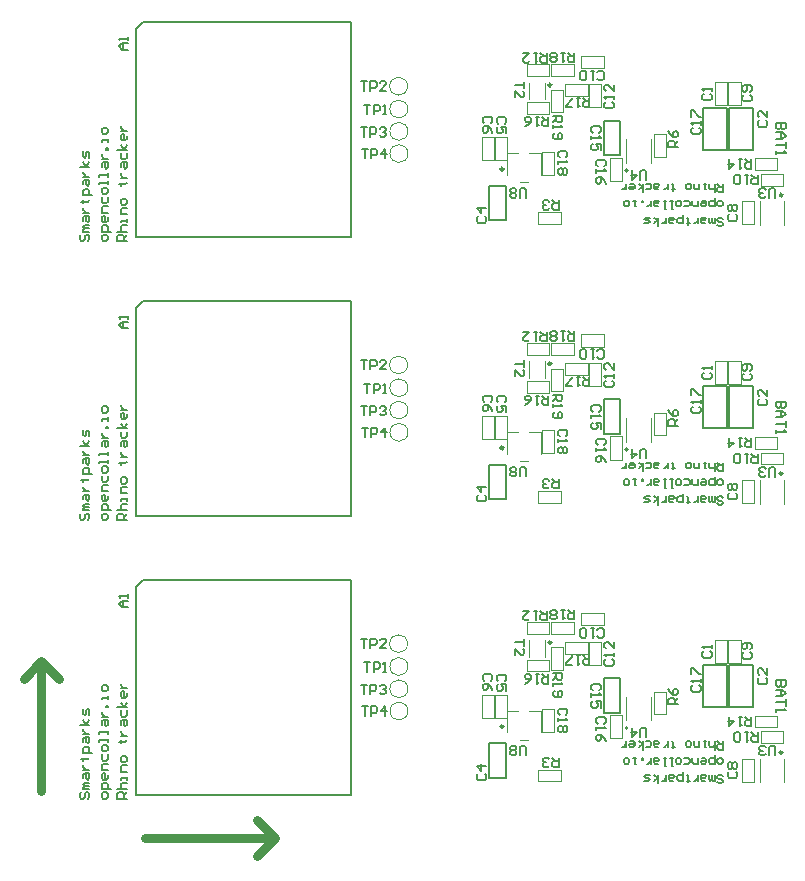
<source format=gto>
G04*
G04 #@! TF.GenerationSoftware,Altium Limited,Altium Designer,19.1.8 (144)*
G04*
G04 Layer_Color=65535*
%FSAX25Y25*%
%MOIN*%
G70*
G01*
G75*
%ADD25C,0.00787*%
%ADD30C,0.00984*%
%ADD32C,0.00591*%
%ADD33C,0.00598*%
%ADD39C,0.02953*%
%ADD62C,0.01000*%
%ADD77C,0.00394*%
D25*
X0321612Y0335397D02*
G03*
X0321612Y0335397I0000435J0000000D01*
G01*
X0281805Y0330316D02*
X0276305D01*
Y0318816D01*
X0281805D02*
X0276305D01*
X0281805Y0330316D02*
Y0318816D01*
X0320033Y0352088D02*
Y0340588D01*
X0314533D01*
Y0352088D02*
Y0340588D01*
X0320033Y0352088D02*
X0314533D01*
X0356236Y0356409D02*
Y0342409D01*
X0364236D02*
X0356236D01*
X0364236Y0356409D02*
Y0342409D01*
Y0356409D02*
X0356236D01*
X0347693D02*
Y0342409D01*
X0355693D02*
X0347693D01*
X0355693Y0356409D02*
Y0342409D01*
Y0356409D02*
X0347693D01*
X0321612Y0242484D02*
G03*
X0321612Y0242484I0000435J0000000D01*
G01*
X0281805Y0237403D02*
X0276305D01*
Y0225903D01*
X0281805D02*
X0276305D01*
X0281805Y0237403D02*
Y0225903D01*
X0320033Y0259175D02*
Y0247675D01*
X0314533D01*
Y0259175D02*
Y0247675D01*
X0320033Y0259175D02*
X0314533D01*
X0356236Y0263495D02*
Y0249496D01*
X0364236D02*
X0356236D01*
X0364236Y0263495D02*
Y0249496D01*
Y0263495D02*
X0356236D01*
X0347693D02*
Y0249496D01*
X0355693D02*
X0347693D01*
X0355693Y0263495D02*
Y0249496D01*
Y0263495D02*
X0347693D01*
X0321612Y0149570D02*
G03*
X0321612Y0149570I0000435J0000000D01*
G01*
X0281805Y0144490D02*
X0276305D01*
Y0132990D01*
X0281805D02*
X0276305D01*
X0281805Y0144490D02*
Y0132990D01*
X0320033Y0166261D02*
Y0154761D01*
X0314533D01*
Y0166261D02*
Y0154761D01*
X0320033Y0166261D02*
X0314533D01*
X0356236Y0170582D02*
Y0156582D01*
X0364236D02*
X0356236D01*
X0364236Y0170582D02*
Y0156582D01*
Y0170582D02*
X0356236D01*
X0347693D02*
Y0156582D01*
X0355693D02*
X0347693D01*
X0355693Y0170582D02*
Y0156582D01*
Y0170582D02*
X0347693D01*
X0158465Y0127362D02*
Y0196654D01*
X0160827Y0199016D01*
X0230118D01*
X0158465Y0127362D02*
X0230118D01*
Y0199016D01*
X0158465Y0220276D02*
Y0289567D01*
X0160827Y0291929D01*
X0230118D01*
X0158465Y0220276D02*
X0230118D01*
Y0291929D01*
X0158465Y0313189D02*
Y0382480D01*
X0160827Y0384843D01*
X0230118D01*
X0158465Y0313189D02*
X0230118D01*
Y0384843D01*
D30*
X0280078Y0335909D02*
G03*
X0280078Y0335909I0000492J0000000D01*
G01*
Y0242996D02*
G03*
X0280078Y0242996I0000492J0000000D01*
G01*
Y0150082D02*
G03*
X0280078Y0150082I0000492J0000000D01*
G01*
D32*
X0352297Y0317444D02*
X0352756Y0316985D01*
X0353675D01*
X0354134Y0317444D01*
Y0317903D01*
X0353675Y0318362D01*
X0352756D01*
X0352297Y0318822D01*
Y0319281D01*
X0352756Y0319740D01*
X0353675D01*
X0354134Y0319281D01*
X0351379Y0319740D02*
Y0317903D01*
X0350920D01*
X0350460Y0318362D01*
Y0319740D01*
Y0318362D01*
X0350001Y0317903D01*
X0349542Y0318362D01*
Y0319740D01*
X0348165Y0317903D02*
X0347246D01*
X0346787Y0318362D01*
Y0319740D01*
X0348165D01*
X0348624Y0319281D01*
X0348165Y0318822D01*
X0346787D01*
X0345869Y0317903D02*
Y0319740D01*
Y0318822D01*
X0345410Y0318362D01*
X0344950Y0317903D01*
X0344491D01*
X0342654Y0317444D02*
Y0317903D01*
X0343114D01*
X0342195D01*
X0342654D01*
Y0319281D01*
X0342195Y0319740D01*
X0340818Y0320658D02*
Y0317903D01*
X0339440D01*
X0338981Y0318362D01*
Y0319281D01*
X0339440Y0319740D01*
X0340818D01*
X0337604Y0317903D02*
X0336685D01*
X0336226Y0318362D01*
Y0319740D01*
X0337604D01*
X0338063Y0319281D01*
X0337604Y0318822D01*
X0336226D01*
X0335308Y0317903D02*
Y0319740D01*
Y0318822D01*
X0334849Y0318362D01*
X0334389Y0317903D01*
X0333930D01*
X0332553Y0319740D02*
Y0316985D01*
Y0318822D02*
X0331175Y0317903D01*
X0332553Y0318822D02*
X0331175Y0319740D01*
X0329798D02*
X0328420D01*
X0327961Y0319281D01*
X0328420Y0318822D01*
X0329339D01*
X0329798Y0318362D01*
X0329339Y0317903D01*
X0327961D01*
X0353675Y0325381D02*
X0352756D01*
X0352297Y0324922D01*
Y0324004D01*
X0352756Y0323545D01*
X0353675D01*
X0354134Y0324004D01*
Y0324922D01*
X0353675Y0325381D01*
X0351379Y0326300D02*
Y0323545D01*
X0350001D01*
X0349542Y0324004D01*
Y0324922D01*
X0350001Y0325381D01*
X0351379D01*
X0347246D02*
X0348165D01*
X0348624Y0324922D01*
Y0324004D01*
X0348165Y0323545D01*
X0347246D01*
X0346787Y0324004D01*
Y0324463D01*
X0348624D01*
X0345869Y0325381D02*
Y0323545D01*
X0344491D01*
X0344032Y0324004D01*
Y0325381D01*
X0341277Y0323545D02*
X0342654D01*
X0343114Y0324004D01*
Y0324922D01*
X0342654Y0325381D01*
X0341277D01*
X0339899D02*
X0338981D01*
X0338522Y0324922D01*
Y0324004D01*
X0338981Y0323545D01*
X0339899D01*
X0340359Y0324004D01*
Y0324922D01*
X0339899Y0325381D01*
X0337604D02*
X0336685D01*
X0337144D01*
Y0322626D01*
X0337604D01*
X0335308Y0325381D02*
X0334389D01*
X0334849D01*
Y0322626D01*
X0335308D01*
X0332553Y0323545D02*
X0331634D01*
X0331175Y0324004D01*
Y0325381D01*
X0332553D01*
X0333012Y0324922D01*
X0332553Y0324463D01*
X0331175D01*
X0330257Y0323545D02*
Y0325381D01*
Y0324463D01*
X0329798Y0324004D01*
X0329339Y0323545D01*
X0328879D01*
X0327502Y0325381D02*
Y0324922D01*
X0327043D01*
Y0325381D01*
X0327502D01*
X0325206D02*
X0324288D01*
X0324747D01*
Y0323545D01*
X0325206D01*
X0322451Y0325381D02*
X0321533D01*
X0321074Y0324922D01*
Y0324004D01*
X0321533Y0323545D01*
X0322451D01*
X0322910Y0324004D01*
Y0324922D01*
X0322451Y0325381D01*
X0354134Y0331023D02*
Y0328268D01*
X0352756D01*
X0352297Y0328727D01*
Y0329646D01*
X0352756Y0330105D01*
X0354134D01*
X0353216D02*
X0352297Y0331023D01*
X0351379Y0328268D02*
Y0331023D01*
Y0329646D01*
X0350920Y0329186D01*
X0350001D01*
X0349542Y0329646D01*
Y0331023D01*
X0348624D02*
X0347705D01*
X0348165D01*
Y0329186D01*
X0348624D01*
X0346328Y0331023D02*
Y0329186D01*
X0344950D01*
X0344491Y0329646D01*
Y0331023D01*
X0343114D02*
X0342195D01*
X0341736Y0330564D01*
Y0329646D01*
X0342195Y0329186D01*
X0343114D01*
X0343573Y0329646D01*
Y0330564D01*
X0343114Y0331023D01*
X0337604Y0328727D02*
Y0329186D01*
X0338063D01*
X0337144D01*
X0337604D01*
Y0330564D01*
X0337144Y0331023D01*
X0335767Y0329186D02*
Y0331023D01*
Y0330105D01*
X0335308Y0329646D01*
X0334849Y0329186D01*
X0334389D01*
X0332553D02*
X0331634D01*
X0331175Y0329646D01*
Y0331023D01*
X0332553D01*
X0333012Y0330564D01*
X0332553Y0330105D01*
X0331175D01*
X0328420Y0329186D02*
X0329798D01*
X0330257Y0329646D01*
Y0330564D01*
X0329798Y0331023D01*
X0328420D01*
X0327502D02*
Y0328268D01*
Y0330105D02*
X0326124Y0329186D01*
X0327502Y0330105D02*
X0326124Y0331023D01*
X0323369D02*
X0324288D01*
X0324747Y0330564D01*
Y0329646D01*
X0324288Y0329186D01*
X0323369D01*
X0322910Y0329646D01*
Y0330105D01*
X0324747D01*
X0321992Y0329186D02*
Y0331023D01*
Y0330105D01*
X0321533Y0329646D01*
X0321074Y0329186D01*
X0320614D01*
X0363661Y0339212D02*
Y0336064D01*
X0362087D01*
X0361562Y0336588D01*
Y0337638D01*
X0362087Y0338163D01*
X0363661D01*
X0362612D02*
X0361562Y0339212D01*
X0360513D02*
X0359463D01*
X0359988D01*
Y0336064D01*
X0360513Y0336588D01*
X0356315Y0339212D02*
Y0336064D01*
X0357889Y0337638D01*
X0355790D01*
X0356313Y0320878D02*
X0355788Y0320353D01*
Y0319304D01*
X0356313Y0318779D01*
X0358412D01*
X0358937Y0319304D01*
Y0320353D01*
X0358412Y0320878D01*
X0356313Y0321928D02*
X0355788Y0322452D01*
Y0323502D01*
X0356313Y0324027D01*
X0356838D01*
X0357363Y0323502D01*
X0357887Y0324027D01*
X0358412D01*
X0358937Y0323502D01*
Y0322452D01*
X0358412Y0321928D01*
X0357887D01*
X0357363Y0322452D01*
X0356838Y0321928D01*
X0356313D01*
X0357363Y0322452D02*
Y0323502D01*
X0371614Y0326339D02*
Y0328963D01*
X0371089Y0329488D01*
X0370040D01*
X0369515Y0328963D01*
Y0326339D01*
X0368465Y0326864D02*
X0367941Y0326339D01*
X0366891D01*
X0366366Y0326864D01*
Y0327389D01*
X0366891Y0327913D01*
X0367416D01*
X0366891D01*
X0366366Y0328438D01*
Y0328963D01*
X0366891Y0329488D01*
X0367941D01*
X0368465Y0328963D01*
X0288504Y0326378D02*
Y0329002D01*
X0287979Y0329527D01*
X0286930D01*
X0286405Y0329002D01*
Y0326378D01*
X0285355Y0326903D02*
X0284830Y0326378D01*
X0283781D01*
X0283256Y0326903D01*
Y0327428D01*
X0283781Y0327953D01*
X0283256Y0328478D01*
Y0329002D01*
X0283781Y0329527D01*
X0284830D01*
X0285355Y0329002D01*
Y0328478D01*
X0284830Y0327953D01*
X0285355Y0327428D01*
Y0326903D01*
X0284830Y0327953D02*
X0283781D01*
X0301836Y0339830D02*
X0302361Y0340354D01*
Y0341404D01*
X0301836Y0341929D01*
X0299737D01*
X0299213Y0341404D01*
Y0340354D01*
X0299737Y0339830D01*
X0299213Y0338780D02*
Y0337731D01*
Y0338255D01*
X0302361D01*
X0301836Y0338780D01*
Y0336156D02*
X0302361Y0335631D01*
Y0334582D01*
X0301836Y0334057D01*
X0301312D01*
X0300787Y0334582D01*
X0300262Y0334057D01*
X0299737D01*
X0299213Y0334582D01*
Y0335631D01*
X0299737Y0336156D01*
X0300262D01*
X0300787Y0335631D01*
X0301312Y0336156D01*
X0301836D01*
X0300787Y0335631D02*
Y0334582D01*
X0344108Y0349697D02*
X0343584Y0349172D01*
Y0348123D01*
X0344108Y0347598D01*
X0346207D01*
X0346732Y0348123D01*
Y0349172D01*
X0346207Y0349697D01*
X0346732Y0350746D02*
Y0351796D01*
Y0351271D01*
X0343584D01*
X0344108Y0350746D01*
X0343584Y0353370D02*
Y0355469D01*
X0344108D01*
X0346207Y0353370D01*
X0346732D01*
X0361156Y0360642D02*
X0360631Y0360117D01*
Y0359068D01*
X0361156Y0358543D01*
X0363255D01*
X0363779Y0359068D01*
Y0360117D01*
X0363255Y0360642D01*
Y0361691D02*
X0363779Y0362216D01*
Y0363266D01*
X0363255Y0363790D01*
X0361156D01*
X0360631Y0363266D01*
Y0362216D01*
X0361156Y0361691D01*
X0361680D01*
X0362205Y0362216D01*
Y0363790D01*
X0365787Y0333976D02*
Y0330827D01*
X0364213D01*
X0363688Y0331352D01*
Y0332402D01*
X0364213Y0332926D01*
X0365787D01*
X0364738D02*
X0363688Y0333976D01*
X0362639D02*
X0361589D01*
X0362114D01*
Y0330827D01*
X0362639Y0331352D01*
X0360015D02*
X0359490Y0330827D01*
X0358441D01*
X0357916Y0331352D01*
Y0333451D01*
X0358441Y0333976D01*
X0359490D01*
X0360015Y0333451D01*
Y0331352D01*
X0272612Y0320169D02*
X0272088Y0319645D01*
Y0318595D01*
X0272612Y0318070D01*
X0274711D01*
X0275236Y0318595D01*
Y0319645D01*
X0274711Y0320169D01*
X0275236Y0322793D02*
X0272088D01*
X0273662Y0321219D01*
Y0323318D01*
X0375038Y0351299D02*
X0371890D01*
Y0349724D01*
X0372414Y0349200D01*
X0372939D01*
X0373464Y0349724D01*
Y0351299D01*
Y0349724D01*
X0373989Y0349200D01*
X0374514D01*
X0375038Y0349724D01*
Y0351299D01*
X0371890Y0348150D02*
X0373989D01*
X0375038Y0347101D01*
X0373989Y0346051D01*
X0371890D01*
X0373464D01*
Y0348150D01*
X0375038Y0345002D02*
Y0342902D01*
Y0343952D01*
X0371890D01*
Y0341853D02*
Y0340803D01*
Y0341328D01*
X0375038D01*
X0374514Y0341853D01*
X0328661Y0332402D02*
Y0335026D01*
X0328137Y0335551D01*
X0327087D01*
X0326562Y0335026D01*
Y0332402D01*
X0323938Y0335551D02*
Y0332402D01*
X0325513Y0333976D01*
X0323414D01*
X0339173Y0343346D02*
X0336025D01*
Y0344920D01*
X0336549Y0345445D01*
X0337599D01*
X0338124Y0344920D01*
Y0343346D01*
Y0344395D02*
X0339173Y0345445D01*
X0336025Y0348594D02*
X0336549Y0347544D01*
X0337599Y0346495D01*
X0338648D01*
X0339173Y0347019D01*
Y0348069D01*
X0338648Y0348594D01*
X0338124D01*
X0337599Y0348069D01*
Y0346495D01*
X0299409Y0325551D02*
Y0322402D01*
X0297835D01*
X0297310Y0322927D01*
Y0323976D01*
X0297835Y0324501D01*
X0299409D01*
X0298360D02*
X0297310Y0325551D01*
X0296261Y0322927D02*
X0295736Y0322402D01*
X0294687D01*
X0294162Y0322927D01*
Y0323452D01*
X0294687Y0323976D01*
X0295211D01*
X0294687D01*
X0294162Y0324501D01*
Y0325026D01*
X0294687Y0325551D01*
X0295736D01*
X0296261Y0325026D01*
X0314592Y0336877D02*
X0315117Y0337402D01*
Y0338451D01*
X0314592Y0338976D01*
X0312493D01*
X0311968Y0338451D01*
Y0337402D01*
X0312493Y0336877D01*
X0311968Y0335827D02*
Y0334778D01*
Y0335302D01*
X0315117D01*
X0314592Y0335827D01*
X0315117Y0331104D02*
X0314592Y0332154D01*
X0313543Y0333203D01*
X0312493D01*
X0311968Y0332679D01*
Y0331629D01*
X0312493Y0331104D01*
X0313018D01*
X0313543Y0331629D01*
Y0333203D01*
X0312978Y0348019D02*
X0313503Y0348543D01*
Y0349593D01*
X0312978Y0350118D01*
X0310879D01*
X0310354Y0349593D01*
Y0348543D01*
X0310879Y0348019D01*
X0310354Y0346969D02*
Y0345919D01*
Y0346444D01*
X0313503D01*
X0312978Y0346969D01*
X0313503Y0342246D02*
Y0344345D01*
X0311929D01*
X0312453Y0343296D01*
Y0342771D01*
X0311929Y0342246D01*
X0310879D01*
X0310354Y0342771D01*
Y0343820D01*
X0310879Y0344345D01*
X0312310Y0366116D02*
X0312835Y0365591D01*
X0313885D01*
X0314409Y0366116D01*
Y0368215D01*
X0313885Y0368740D01*
X0312835D01*
X0312310Y0368215D01*
X0311261Y0368740D02*
X0310211D01*
X0310736D01*
Y0365591D01*
X0311261Y0366116D01*
X0308637D02*
X0308112Y0365591D01*
X0307063D01*
X0306538Y0366116D01*
Y0368215D01*
X0307063Y0368740D01*
X0308112D01*
X0308637Y0368215D01*
Y0366116D01*
X0276758Y0351247D02*
X0277282Y0351772D01*
Y0352821D01*
X0276758Y0353346D01*
X0274659D01*
X0274134Y0352821D01*
Y0351772D01*
X0274659Y0351247D01*
X0277282Y0348098D02*
X0276758Y0349148D01*
X0275708Y0350197D01*
X0274659D01*
X0274134Y0349673D01*
Y0348623D01*
X0274659Y0348098D01*
X0275183D01*
X0275708Y0348623D01*
Y0350197D01*
X0281403Y0351050D02*
X0281928Y0351575D01*
Y0352624D01*
X0281403Y0353149D01*
X0279304D01*
X0278779Y0352624D01*
Y0351575D01*
X0279304Y0351050D01*
X0281928Y0347901D02*
Y0350001D01*
X0280354D01*
X0280878Y0348951D01*
Y0348426D01*
X0280354Y0347901D01*
X0279304D01*
X0278779Y0348426D01*
Y0349476D01*
X0279304Y0350001D01*
X0366274Y0352138D02*
X0365749Y0351613D01*
Y0350564D01*
X0366274Y0350039D01*
X0368373D01*
X0368898Y0350564D01*
Y0351613D01*
X0368373Y0352138D01*
X0368898Y0355287D02*
Y0353187D01*
X0366798Y0355287D01*
X0366274D01*
X0365749Y0354762D01*
Y0353712D01*
X0366274Y0353187D01*
X0347809Y0360996D02*
X0347284Y0360471D01*
Y0359422D01*
X0347809Y0358897D01*
X0349908D01*
X0350433Y0359422D01*
Y0360471D01*
X0349908Y0360996D01*
X0350433Y0362046D02*
Y0363095D01*
Y0362571D01*
X0347284D01*
X0347809Y0362046D01*
X0352297Y0224531D02*
X0352756Y0224071D01*
X0353675D01*
X0354134Y0224531D01*
Y0224990D01*
X0353675Y0225449D01*
X0352756D01*
X0352297Y0225908D01*
Y0226367D01*
X0352756Y0226826D01*
X0353675D01*
X0354134Y0226367D01*
X0351379Y0226826D02*
Y0224990D01*
X0350920D01*
X0350460Y0225449D01*
Y0226826D01*
Y0225449D01*
X0350001Y0224990D01*
X0349542Y0225449D01*
Y0226826D01*
X0348165Y0224990D02*
X0347246D01*
X0346787Y0225449D01*
Y0226826D01*
X0348165D01*
X0348624Y0226367D01*
X0348165Y0225908D01*
X0346787D01*
X0345869Y0224990D02*
Y0226826D01*
Y0225908D01*
X0345410Y0225449D01*
X0344950Y0224990D01*
X0344491D01*
X0342654Y0224531D02*
Y0224990D01*
X0343114D01*
X0342195D01*
X0342654D01*
Y0226367D01*
X0342195Y0226826D01*
X0340818Y0227745D02*
Y0224990D01*
X0339440D01*
X0338981Y0225449D01*
Y0226367D01*
X0339440Y0226826D01*
X0340818D01*
X0337604Y0224990D02*
X0336685D01*
X0336226Y0225449D01*
Y0226826D01*
X0337604D01*
X0338063Y0226367D01*
X0337604Y0225908D01*
X0336226D01*
X0335308Y0224990D02*
Y0226826D01*
Y0225908D01*
X0334849Y0225449D01*
X0334389Y0224990D01*
X0333930D01*
X0332553Y0226826D02*
Y0224071D01*
Y0225908D02*
X0331175Y0224990D01*
X0332553Y0225908D02*
X0331175Y0226826D01*
X0329798D02*
X0328420D01*
X0327961Y0226367D01*
X0328420Y0225908D01*
X0329339D01*
X0329798Y0225449D01*
X0329339Y0224990D01*
X0327961D01*
X0353675Y0232468D02*
X0352756D01*
X0352297Y0232009D01*
Y0231090D01*
X0352756Y0230631D01*
X0353675D01*
X0354134Y0231090D01*
Y0232009D01*
X0353675Y0232468D01*
X0351379Y0233386D02*
Y0230631D01*
X0350001D01*
X0349542Y0231090D01*
Y0232009D01*
X0350001Y0232468D01*
X0351379D01*
X0347246D02*
X0348165D01*
X0348624Y0232009D01*
Y0231090D01*
X0348165Y0230631D01*
X0347246D01*
X0346787Y0231090D01*
Y0231550D01*
X0348624D01*
X0345869Y0232468D02*
Y0230631D01*
X0344491D01*
X0344032Y0231090D01*
Y0232468D01*
X0341277Y0230631D02*
X0342654D01*
X0343114Y0231090D01*
Y0232009D01*
X0342654Y0232468D01*
X0341277D01*
X0339899D02*
X0338981D01*
X0338522Y0232009D01*
Y0231090D01*
X0338981Y0230631D01*
X0339899D01*
X0340359Y0231090D01*
Y0232009D01*
X0339899Y0232468D01*
X0337604D02*
X0336685D01*
X0337144D01*
Y0229713D01*
X0337604D01*
X0335308Y0232468D02*
X0334389D01*
X0334849D01*
Y0229713D01*
X0335308D01*
X0332553Y0230631D02*
X0331634D01*
X0331175Y0231090D01*
Y0232468D01*
X0332553D01*
X0333012Y0232009D01*
X0332553Y0231550D01*
X0331175D01*
X0330257Y0230631D02*
Y0232468D01*
Y0231550D01*
X0329798Y0231090D01*
X0329339Y0230631D01*
X0328879D01*
X0327502Y0232468D02*
Y0232009D01*
X0327043D01*
Y0232468D01*
X0327502D01*
X0325206D02*
X0324288D01*
X0324747D01*
Y0230631D01*
X0325206D01*
X0322451Y0232468D02*
X0321533D01*
X0321074Y0232009D01*
Y0231090D01*
X0321533Y0230631D01*
X0322451D01*
X0322910Y0231090D01*
Y0232009D01*
X0322451Y0232468D01*
X0354134Y0238110D02*
Y0235355D01*
X0352756D01*
X0352297Y0235814D01*
Y0236732D01*
X0352756Y0237191D01*
X0354134D01*
X0353216D02*
X0352297Y0238110D01*
X0351379Y0235355D02*
Y0238110D01*
Y0236732D01*
X0350920Y0236273D01*
X0350001D01*
X0349542Y0236732D01*
Y0238110D01*
X0348624D02*
X0347705D01*
X0348165D01*
Y0236273D01*
X0348624D01*
X0346328Y0238110D02*
Y0236273D01*
X0344950D01*
X0344491Y0236732D01*
Y0238110D01*
X0343114D02*
X0342195D01*
X0341736Y0237650D01*
Y0236732D01*
X0342195Y0236273D01*
X0343114D01*
X0343573Y0236732D01*
Y0237650D01*
X0343114Y0238110D01*
X0337604Y0235814D02*
Y0236273D01*
X0338063D01*
X0337144D01*
X0337604D01*
Y0237650D01*
X0337144Y0238110D01*
X0335767Y0236273D02*
Y0238110D01*
Y0237191D01*
X0335308Y0236732D01*
X0334849Y0236273D01*
X0334389D01*
X0332553D02*
X0331634D01*
X0331175Y0236732D01*
Y0238110D01*
X0332553D01*
X0333012Y0237650D01*
X0332553Y0237191D01*
X0331175D01*
X0328420Y0236273D02*
X0329798D01*
X0330257Y0236732D01*
Y0237650D01*
X0329798Y0238110D01*
X0328420D01*
X0327502D02*
Y0235355D01*
Y0237191D02*
X0326124Y0236273D01*
X0327502Y0237191D02*
X0326124Y0238110D01*
X0323369D02*
X0324288D01*
X0324747Y0237650D01*
Y0236732D01*
X0324288Y0236273D01*
X0323369D01*
X0322910Y0236732D01*
Y0237191D01*
X0324747D01*
X0321992Y0236273D02*
Y0238110D01*
Y0237191D01*
X0321533Y0236732D01*
X0321074Y0236273D01*
X0320614D01*
X0363661Y0246299D02*
Y0243150D01*
X0362087D01*
X0361562Y0243675D01*
Y0244724D01*
X0362087Y0245249D01*
X0363661D01*
X0362612D02*
X0361562Y0246299D01*
X0360513D02*
X0359463D01*
X0359988D01*
Y0243150D01*
X0360513Y0243675D01*
X0356315Y0246299D02*
Y0243150D01*
X0357889Y0244724D01*
X0355790D01*
X0356313Y0227965D02*
X0355788Y0227440D01*
Y0226390D01*
X0356313Y0225866D01*
X0358412D01*
X0358937Y0226390D01*
Y0227440D01*
X0358412Y0227965D01*
X0356313Y0229014D02*
X0355788Y0229539D01*
Y0230589D01*
X0356313Y0231113D01*
X0356838D01*
X0357363Y0230589D01*
X0357887Y0231113D01*
X0358412D01*
X0358937Y0230589D01*
Y0229539D01*
X0358412Y0229014D01*
X0357887D01*
X0357363Y0229539D01*
X0356838Y0229014D01*
X0356313D01*
X0357363Y0229539D02*
Y0230589D01*
X0371614Y0233426D02*
Y0236050D01*
X0371089Y0236574D01*
X0370040D01*
X0369515Y0236050D01*
Y0233426D01*
X0368465Y0233950D02*
X0367941Y0233426D01*
X0366891D01*
X0366366Y0233950D01*
Y0234475D01*
X0366891Y0235000D01*
X0367416D01*
X0366891D01*
X0366366Y0235525D01*
Y0236050D01*
X0366891Y0236574D01*
X0367941D01*
X0368465Y0236050D01*
X0288504Y0233465D02*
Y0236089D01*
X0287979Y0236614D01*
X0286930D01*
X0286405Y0236089D01*
Y0233465D01*
X0285355Y0233990D02*
X0284830Y0233465D01*
X0283781D01*
X0283256Y0233990D01*
Y0234515D01*
X0283781Y0235039D01*
X0283256Y0235564D01*
Y0236089D01*
X0283781Y0236614D01*
X0284830D01*
X0285355Y0236089D01*
Y0235564D01*
X0284830Y0235039D01*
X0285355Y0234515D01*
Y0233990D01*
X0284830Y0235039D02*
X0283781D01*
X0301836Y0246916D02*
X0302361Y0247441D01*
Y0248490D01*
X0301836Y0249015D01*
X0299737D01*
X0299213Y0248490D01*
Y0247441D01*
X0299737Y0246916D01*
X0299213Y0245867D02*
Y0244817D01*
Y0245342D01*
X0302361D01*
X0301836Y0245867D01*
Y0243243D02*
X0302361Y0242718D01*
Y0241669D01*
X0301836Y0241144D01*
X0301312D01*
X0300787Y0241669D01*
X0300262Y0241144D01*
X0299737D01*
X0299213Y0241669D01*
Y0242718D01*
X0299737Y0243243D01*
X0300262D01*
X0300787Y0242718D01*
X0301312Y0243243D01*
X0301836D01*
X0300787Y0242718D02*
Y0241669D01*
X0344108Y0256784D02*
X0343584Y0256259D01*
Y0255209D01*
X0344108Y0254684D01*
X0346207D01*
X0346732Y0255209D01*
Y0256259D01*
X0346207Y0256784D01*
X0346732Y0257833D02*
Y0258883D01*
Y0258358D01*
X0343584D01*
X0344108Y0257833D01*
X0343584Y0260457D02*
Y0262556D01*
X0344108D01*
X0346207Y0260457D01*
X0346732D01*
X0361156Y0267728D02*
X0360631Y0267204D01*
Y0266154D01*
X0361156Y0265629D01*
X0363255D01*
X0363779Y0266154D01*
Y0267204D01*
X0363255Y0267728D01*
Y0268778D02*
X0363779Y0269303D01*
Y0270352D01*
X0363255Y0270877D01*
X0361156D01*
X0360631Y0270352D01*
Y0269303D01*
X0361156Y0268778D01*
X0361680D01*
X0362205Y0269303D01*
Y0270877D01*
X0365787Y0241062D02*
Y0237914D01*
X0364213D01*
X0363688Y0238439D01*
Y0239488D01*
X0364213Y0240013D01*
X0365787D01*
X0364738D02*
X0363688Y0241062D01*
X0362639D02*
X0361589D01*
X0362114D01*
Y0237914D01*
X0362639Y0238439D01*
X0360015D02*
X0359490Y0237914D01*
X0358441D01*
X0357916Y0238439D01*
Y0240538D01*
X0358441Y0241062D01*
X0359490D01*
X0360015Y0240538D01*
Y0238439D01*
X0272612Y0227256D02*
X0272088Y0226731D01*
Y0225682D01*
X0272612Y0225157D01*
X0274711D01*
X0275236Y0225682D01*
Y0226731D01*
X0274711Y0227256D01*
X0275236Y0229880D02*
X0272088D01*
X0273662Y0228306D01*
Y0230405D01*
X0375038Y0258385D02*
X0371890D01*
Y0256811D01*
X0372414Y0256286D01*
X0372939D01*
X0373464Y0256811D01*
Y0258385D01*
Y0256811D01*
X0373989Y0256286D01*
X0374514D01*
X0375038Y0256811D01*
Y0258385D01*
X0371890Y0255237D02*
X0373989D01*
X0375038Y0254187D01*
X0373989Y0253138D01*
X0371890D01*
X0373464D01*
Y0255237D01*
X0375038Y0252088D02*
Y0249989D01*
Y0251039D01*
X0371890D01*
Y0248939D02*
Y0247890D01*
Y0248415D01*
X0375038D01*
X0374514Y0248939D01*
X0328661Y0239489D02*
Y0242112D01*
X0328137Y0242637D01*
X0327087D01*
X0326562Y0242112D01*
Y0239489D01*
X0323938Y0242637D02*
Y0239489D01*
X0325513Y0241063D01*
X0323414D01*
X0339173Y0250432D02*
X0336025D01*
Y0252007D01*
X0336549Y0252532D01*
X0337599D01*
X0338124Y0252007D01*
Y0250432D01*
Y0251482D02*
X0339173Y0252532D01*
X0336025Y0255680D02*
X0336549Y0254631D01*
X0337599Y0253581D01*
X0338648D01*
X0339173Y0254106D01*
Y0255155D01*
X0338648Y0255680D01*
X0338124D01*
X0337599Y0255155D01*
Y0253581D01*
X0299409Y0232637D02*
Y0229489D01*
X0297835D01*
X0297310Y0230013D01*
Y0231063D01*
X0297835Y0231588D01*
X0299409D01*
X0298360D02*
X0297310Y0232637D01*
X0296261Y0230013D02*
X0295736Y0229489D01*
X0294687D01*
X0294162Y0230013D01*
Y0230538D01*
X0294687Y0231063D01*
X0295211D01*
X0294687D01*
X0294162Y0231588D01*
Y0232113D01*
X0294687Y0232637D01*
X0295736D01*
X0296261Y0232113D01*
X0314592Y0243963D02*
X0315117Y0244488D01*
Y0245538D01*
X0314592Y0246062D01*
X0312493D01*
X0311968Y0245538D01*
Y0244488D01*
X0312493Y0243963D01*
X0311968Y0242914D02*
Y0241864D01*
Y0242389D01*
X0315117D01*
X0314592Y0242914D01*
X0315117Y0238191D02*
X0314592Y0239241D01*
X0313543Y0240290D01*
X0312493D01*
X0311968Y0239765D01*
Y0238716D01*
X0312493Y0238191D01*
X0313018D01*
X0313543Y0238716D01*
Y0240290D01*
X0312978Y0255105D02*
X0313503Y0255630D01*
Y0256679D01*
X0312978Y0257204D01*
X0310879D01*
X0310354Y0256679D01*
Y0255630D01*
X0310879Y0255105D01*
X0310354Y0254056D02*
Y0253006D01*
Y0253531D01*
X0313503D01*
X0312978Y0254056D01*
X0313503Y0249333D02*
Y0251432D01*
X0311929D01*
X0312453Y0250382D01*
Y0249857D01*
X0311929Y0249333D01*
X0310879D01*
X0310354Y0249857D01*
Y0250907D01*
X0310879Y0251432D01*
X0312310Y0273202D02*
X0312835Y0272678D01*
X0313885D01*
X0314409Y0273202D01*
Y0275302D01*
X0313885Y0275826D01*
X0312835D01*
X0312310Y0275302D01*
X0311261Y0275826D02*
X0310211D01*
X0310736D01*
Y0272678D01*
X0311261Y0273202D01*
X0308637D02*
X0308112Y0272678D01*
X0307063D01*
X0306538Y0273202D01*
Y0275302D01*
X0307063Y0275826D01*
X0308112D01*
X0308637Y0275302D01*
Y0273202D01*
X0276758Y0258333D02*
X0277282Y0258858D01*
Y0259908D01*
X0276758Y0260433D01*
X0274659D01*
X0274134Y0259908D01*
Y0258858D01*
X0274659Y0258333D01*
X0277282Y0255185D02*
X0276758Y0256234D01*
X0275708Y0257284D01*
X0274659D01*
X0274134Y0256759D01*
Y0255710D01*
X0274659Y0255185D01*
X0275183D01*
X0275708Y0255710D01*
Y0257284D01*
X0281403Y0258137D02*
X0281928Y0258661D01*
Y0259711D01*
X0281403Y0260236D01*
X0279304D01*
X0278779Y0259711D01*
Y0258661D01*
X0279304Y0258137D01*
X0281928Y0254988D02*
Y0257087D01*
X0280354D01*
X0280878Y0256038D01*
Y0255513D01*
X0280354Y0254988D01*
X0279304D01*
X0278779Y0255513D01*
Y0256562D01*
X0279304Y0257087D01*
X0366274Y0259225D02*
X0365749Y0258700D01*
Y0257650D01*
X0366274Y0257125D01*
X0368373D01*
X0368898Y0257650D01*
Y0258700D01*
X0368373Y0259225D01*
X0368898Y0262373D02*
Y0260274D01*
X0366798Y0262373D01*
X0366274D01*
X0365749Y0261848D01*
Y0260799D01*
X0366274Y0260274D01*
X0347809Y0268083D02*
X0347284Y0267558D01*
Y0266509D01*
X0347809Y0265984D01*
X0349908D01*
X0350433Y0266509D01*
Y0267558D01*
X0349908Y0268083D01*
X0350433Y0269132D02*
Y0270182D01*
Y0269657D01*
X0347284D01*
X0347809Y0269132D01*
X0352297Y0131617D02*
X0352756Y0131158D01*
X0353675D01*
X0354134Y0131617D01*
Y0132076D01*
X0353675Y0132536D01*
X0352756D01*
X0352297Y0132995D01*
Y0133454D01*
X0352756Y0133913D01*
X0353675D01*
X0354134Y0133454D01*
X0351379Y0133913D02*
Y0132076D01*
X0350920D01*
X0350460Y0132536D01*
Y0133913D01*
Y0132536D01*
X0350001Y0132076D01*
X0349542Y0132536D01*
Y0133913D01*
X0348165Y0132076D02*
X0347246D01*
X0346787Y0132536D01*
Y0133913D01*
X0348165D01*
X0348624Y0133454D01*
X0348165Y0132995D01*
X0346787D01*
X0345869Y0132076D02*
Y0133913D01*
Y0132995D01*
X0345410Y0132536D01*
X0344950Y0132076D01*
X0344491D01*
X0342654Y0131617D02*
Y0132076D01*
X0343114D01*
X0342195D01*
X0342654D01*
Y0133454D01*
X0342195Y0133913D01*
X0340818Y0134831D02*
Y0132076D01*
X0339440D01*
X0338981Y0132536D01*
Y0133454D01*
X0339440Y0133913D01*
X0340818D01*
X0337604Y0132076D02*
X0336685D01*
X0336226Y0132536D01*
Y0133913D01*
X0337604D01*
X0338063Y0133454D01*
X0337604Y0132995D01*
X0336226D01*
X0335308Y0132076D02*
Y0133913D01*
Y0132995D01*
X0334849Y0132536D01*
X0334389Y0132076D01*
X0333930D01*
X0332553Y0133913D02*
Y0131158D01*
Y0132995D02*
X0331175Y0132076D01*
X0332553Y0132995D02*
X0331175Y0133913D01*
X0329798D02*
X0328420D01*
X0327961Y0133454D01*
X0328420Y0132995D01*
X0329339D01*
X0329798Y0132536D01*
X0329339Y0132076D01*
X0327961D01*
X0353675Y0139555D02*
X0352756D01*
X0352297Y0139095D01*
Y0138177D01*
X0352756Y0137718D01*
X0353675D01*
X0354134Y0138177D01*
Y0139095D01*
X0353675Y0139555D01*
X0351379Y0140473D02*
Y0137718D01*
X0350001D01*
X0349542Y0138177D01*
Y0139095D01*
X0350001Y0139555D01*
X0351379D01*
X0347246D02*
X0348165D01*
X0348624Y0139095D01*
Y0138177D01*
X0348165Y0137718D01*
X0347246D01*
X0346787Y0138177D01*
Y0138636D01*
X0348624D01*
X0345869Y0139555D02*
Y0137718D01*
X0344491D01*
X0344032Y0138177D01*
Y0139555D01*
X0341277Y0137718D02*
X0342654D01*
X0343114Y0138177D01*
Y0139095D01*
X0342654Y0139555D01*
X0341277D01*
X0339899D02*
X0338981D01*
X0338522Y0139095D01*
Y0138177D01*
X0338981Y0137718D01*
X0339899D01*
X0340359Y0138177D01*
Y0139095D01*
X0339899Y0139555D01*
X0337604D02*
X0336685D01*
X0337144D01*
Y0136800D01*
X0337604D01*
X0335308Y0139555D02*
X0334389D01*
X0334849D01*
Y0136800D01*
X0335308D01*
X0332553Y0137718D02*
X0331634D01*
X0331175Y0138177D01*
Y0139555D01*
X0332553D01*
X0333012Y0139095D01*
X0332553Y0138636D01*
X0331175D01*
X0330257Y0137718D02*
Y0139555D01*
Y0138636D01*
X0329798Y0138177D01*
X0329339Y0137718D01*
X0328879D01*
X0327502Y0139555D02*
Y0139095D01*
X0327043D01*
Y0139555D01*
X0327502D01*
X0325206D02*
X0324288D01*
X0324747D01*
Y0137718D01*
X0325206D01*
X0322451Y0139555D02*
X0321533D01*
X0321074Y0139095D01*
Y0138177D01*
X0321533Y0137718D01*
X0322451D01*
X0322910Y0138177D01*
Y0139095D01*
X0322451Y0139555D01*
X0354134Y0145196D02*
Y0142441D01*
X0352756D01*
X0352297Y0142901D01*
Y0143819D01*
X0352756Y0144278D01*
X0354134D01*
X0353216D02*
X0352297Y0145196D01*
X0351379Y0142441D02*
Y0145196D01*
Y0143819D01*
X0350920Y0143360D01*
X0350001D01*
X0349542Y0143819D01*
Y0145196D01*
X0348624D02*
X0347705D01*
X0348165D01*
Y0143360D01*
X0348624D01*
X0346328Y0145196D02*
Y0143360D01*
X0344950D01*
X0344491Y0143819D01*
Y0145196D01*
X0343114D02*
X0342195D01*
X0341736Y0144737D01*
Y0143819D01*
X0342195Y0143360D01*
X0343114D01*
X0343573Y0143819D01*
Y0144737D01*
X0343114Y0145196D01*
X0337604Y0142901D02*
Y0143360D01*
X0338063D01*
X0337144D01*
X0337604D01*
Y0144737D01*
X0337144Y0145196D01*
X0335767Y0143360D02*
Y0145196D01*
Y0144278D01*
X0335308Y0143819D01*
X0334849Y0143360D01*
X0334389D01*
X0332553D02*
X0331634D01*
X0331175Y0143819D01*
Y0145196D01*
X0332553D01*
X0333012Y0144737D01*
X0332553Y0144278D01*
X0331175D01*
X0328420Y0143360D02*
X0329798D01*
X0330257Y0143819D01*
Y0144737D01*
X0329798Y0145196D01*
X0328420D01*
X0327502D02*
Y0142441D01*
Y0144278D02*
X0326124Y0143360D01*
X0327502Y0144278D02*
X0326124Y0145196D01*
X0323369D02*
X0324288D01*
X0324747Y0144737D01*
Y0143819D01*
X0324288Y0143360D01*
X0323369D01*
X0322910Y0143819D01*
Y0144278D01*
X0324747D01*
X0321992Y0143360D02*
Y0145196D01*
Y0144278D01*
X0321533Y0143819D01*
X0321074Y0143360D01*
X0320614D01*
X0363661Y0153385D02*
Y0150237D01*
X0362087D01*
X0361562Y0150761D01*
Y0151811D01*
X0362087Y0152336D01*
X0363661D01*
X0362612D02*
X0361562Y0153385D01*
X0360513D02*
X0359463D01*
X0359988D01*
Y0150237D01*
X0360513Y0150761D01*
X0356315Y0153385D02*
Y0150237D01*
X0357889Y0151811D01*
X0355790D01*
X0356313Y0135051D02*
X0355788Y0134527D01*
Y0133477D01*
X0356313Y0132952D01*
X0358412D01*
X0358937Y0133477D01*
Y0134527D01*
X0358412Y0135051D01*
X0356313Y0136101D02*
X0355788Y0136626D01*
Y0137675D01*
X0356313Y0138200D01*
X0356838D01*
X0357363Y0137675D01*
X0357887Y0138200D01*
X0358412D01*
X0358937Y0137675D01*
Y0136626D01*
X0358412Y0136101D01*
X0357887D01*
X0357363Y0136626D01*
X0356838Y0136101D01*
X0356313D01*
X0357363Y0136626D02*
Y0137675D01*
X0371614Y0140512D02*
Y0143136D01*
X0371089Y0143661D01*
X0370040D01*
X0369515Y0143136D01*
Y0140512D01*
X0368465Y0141037D02*
X0367941Y0140512D01*
X0366891D01*
X0366366Y0141037D01*
Y0141562D01*
X0366891Y0142087D01*
X0367416D01*
X0366891D01*
X0366366Y0142611D01*
Y0143136D01*
X0366891Y0143661D01*
X0367941D01*
X0368465Y0143136D01*
X0288504Y0140552D02*
Y0143175D01*
X0287979Y0143700D01*
X0286930D01*
X0286405Y0143175D01*
Y0140552D01*
X0285355Y0141076D02*
X0284830Y0140552D01*
X0283781D01*
X0283256Y0141076D01*
Y0141601D01*
X0283781Y0142126D01*
X0283256Y0142651D01*
Y0143175D01*
X0283781Y0143700D01*
X0284830D01*
X0285355Y0143175D01*
Y0142651D01*
X0284830Y0142126D01*
X0285355Y0141601D01*
Y0141076D01*
X0284830Y0142126D02*
X0283781D01*
X0301836Y0154003D02*
X0302361Y0154527D01*
Y0155577D01*
X0301836Y0156102D01*
X0299737D01*
X0299213Y0155577D01*
Y0154527D01*
X0299737Y0154003D01*
X0299213Y0152953D02*
Y0151904D01*
Y0152428D01*
X0302361D01*
X0301836Y0152953D01*
Y0150329D02*
X0302361Y0149805D01*
Y0148755D01*
X0301836Y0148230D01*
X0301312D01*
X0300787Y0148755D01*
X0300262Y0148230D01*
X0299737D01*
X0299213Y0148755D01*
Y0149805D01*
X0299737Y0150329D01*
X0300262D01*
X0300787Y0149805D01*
X0301312Y0150329D01*
X0301836D01*
X0300787Y0149805D02*
Y0148755D01*
X0344108Y0163870D02*
X0343584Y0163345D01*
Y0162296D01*
X0344108Y0161771D01*
X0346207D01*
X0346732Y0162296D01*
Y0163345D01*
X0346207Y0163870D01*
X0346732Y0164920D02*
Y0165969D01*
Y0165445D01*
X0343584D01*
X0344108Y0164920D01*
X0343584Y0167543D02*
Y0169643D01*
X0344108D01*
X0346207Y0167543D01*
X0346732D01*
X0361156Y0174815D02*
X0360631Y0174290D01*
Y0173241D01*
X0361156Y0172716D01*
X0363255D01*
X0363779Y0173241D01*
Y0174290D01*
X0363255Y0174815D01*
Y0175865D02*
X0363779Y0176389D01*
Y0177439D01*
X0363255Y0177964D01*
X0361156D01*
X0360631Y0177439D01*
Y0176389D01*
X0361156Y0175865D01*
X0361680D01*
X0362205Y0176389D01*
Y0177964D01*
X0365787Y0148149D02*
Y0145001D01*
X0364213D01*
X0363688Y0145525D01*
Y0146575D01*
X0364213Y0147099D01*
X0365787D01*
X0364738D02*
X0363688Y0148149D01*
X0362639D02*
X0361589D01*
X0362114D01*
Y0145001D01*
X0362639Y0145525D01*
X0360015D02*
X0359490Y0145001D01*
X0358441D01*
X0357916Y0145525D01*
Y0147624D01*
X0358441Y0148149D01*
X0359490D01*
X0360015Y0147624D01*
Y0145525D01*
X0272612Y0134343D02*
X0272088Y0133818D01*
Y0132768D01*
X0272612Y0132244D01*
X0274711D01*
X0275236Y0132768D01*
Y0133818D01*
X0274711Y0134343D01*
X0275236Y0136966D02*
X0272088D01*
X0273662Y0135392D01*
Y0137491D01*
X0375038Y0165472D02*
X0371890D01*
Y0163898D01*
X0372414Y0163373D01*
X0372939D01*
X0373464Y0163898D01*
Y0165472D01*
Y0163898D01*
X0373989Y0163373D01*
X0374514D01*
X0375038Y0163898D01*
Y0165472D01*
X0371890Y0162323D02*
X0373989D01*
X0375038Y0161274D01*
X0373989Y0160224D01*
X0371890D01*
X0373464D01*
Y0162323D01*
X0375038Y0159175D02*
Y0157076D01*
Y0158125D01*
X0371890D01*
Y0156026D02*
Y0154977D01*
Y0155501D01*
X0375038D01*
X0374514Y0156026D01*
X0328661Y0146575D02*
Y0149199D01*
X0328137Y0149724D01*
X0327087D01*
X0326562Y0149199D01*
Y0146575D01*
X0323938Y0149724D02*
Y0146575D01*
X0325513Y0148150D01*
X0323414D01*
X0339173Y0157519D02*
X0336025D01*
Y0159093D01*
X0336549Y0159618D01*
X0337599D01*
X0338124Y0159093D01*
Y0157519D01*
Y0158569D02*
X0339173Y0159618D01*
X0336025Y0162767D02*
X0336549Y0161717D01*
X0337599Y0160668D01*
X0338648D01*
X0339173Y0161193D01*
Y0162242D01*
X0338648Y0162767D01*
X0338124D01*
X0337599Y0162242D01*
Y0160668D01*
X0299409Y0139724D02*
Y0136575D01*
X0297835D01*
X0297310Y0137100D01*
Y0138149D01*
X0297835Y0138674D01*
X0299409D01*
X0298360D02*
X0297310Y0139724D01*
X0296261Y0137100D02*
X0295736Y0136575D01*
X0294687D01*
X0294162Y0137100D01*
Y0137625D01*
X0294687Y0138149D01*
X0295211D01*
X0294687D01*
X0294162Y0138674D01*
Y0139199D01*
X0294687Y0139724D01*
X0295736D01*
X0296261Y0139199D01*
X0314592Y0151050D02*
X0315117Y0151575D01*
Y0152624D01*
X0314592Y0153149D01*
X0312493D01*
X0311968Y0152624D01*
Y0151575D01*
X0312493Y0151050D01*
X0311968Y0150001D02*
Y0148951D01*
Y0149476D01*
X0315117D01*
X0314592Y0150001D01*
X0315117Y0145278D02*
X0314592Y0146327D01*
X0313543Y0147377D01*
X0312493D01*
X0311968Y0146852D01*
Y0145802D01*
X0312493Y0145278D01*
X0313018D01*
X0313543Y0145802D01*
Y0147377D01*
X0312978Y0162192D02*
X0313503Y0162716D01*
Y0163766D01*
X0312978Y0164291D01*
X0310879D01*
X0310354Y0163766D01*
Y0162716D01*
X0310879Y0162192D01*
X0310354Y0161142D02*
Y0160093D01*
Y0160617D01*
X0313503D01*
X0312978Y0161142D01*
X0313503Y0156419D02*
Y0158518D01*
X0311929D01*
X0312453Y0157469D01*
Y0156944D01*
X0311929Y0156419D01*
X0310879D01*
X0310354Y0156944D01*
Y0157994D01*
X0310879Y0158518D01*
X0312310Y0180289D02*
X0312835Y0179764D01*
X0313885D01*
X0314409Y0180289D01*
Y0182388D01*
X0313885Y0182913D01*
X0312835D01*
X0312310Y0182388D01*
X0311261Y0182913D02*
X0310211D01*
X0310736D01*
Y0179764D01*
X0311261Y0180289D01*
X0308637D02*
X0308112Y0179764D01*
X0307063D01*
X0306538Y0180289D01*
Y0182388D01*
X0307063Y0182913D01*
X0308112D01*
X0308637Y0182388D01*
Y0180289D01*
X0276758Y0165420D02*
X0277282Y0165945D01*
Y0166994D01*
X0276758Y0167519D01*
X0274659D01*
X0274134Y0166994D01*
Y0165945D01*
X0274659Y0165420D01*
X0277282Y0162271D02*
X0276758Y0163321D01*
X0275708Y0164371D01*
X0274659D01*
X0274134Y0163846D01*
Y0162796D01*
X0274659Y0162271D01*
X0275183D01*
X0275708Y0162796D01*
Y0164371D01*
X0281403Y0165223D02*
X0281928Y0165748D01*
Y0166797D01*
X0281403Y0167322D01*
X0279304D01*
X0278779Y0166797D01*
Y0165748D01*
X0279304Y0165223D01*
X0281928Y0162075D02*
Y0164174D01*
X0280354D01*
X0280878Y0163124D01*
Y0162599D01*
X0280354Y0162075D01*
X0279304D01*
X0278779Y0162599D01*
Y0163649D01*
X0279304Y0164174D01*
X0366274Y0166311D02*
X0365749Y0165786D01*
Y0164737D01*
X0366274Y0164212D01*
X0368373D01*
X0368898Y0164737D01*
Y0165786D01*
X0368373Y0166311D01*
X0368898Y0169460D02*
Y0167361D01*
X0366798Y0169460D01*
X0366274D01*
X0365749Y0168935D01*
Y0167885D01*
X0366274Y0167361D01*
X0347809Y0175169D02*
X0347284Y0174645D01*
Y0173595D01*
X0347809Y0173070D01*
X0349908D01*
X0350433Y0173595D01*
Y0174645D01*
X0349908Y0175169D01*
X0350433Y0176219D02*
Y0177268D01*
Y0176744D01*
X0347284D01*
X0347809Y0176219D01*
X0140358Y0128201D02*
X0139834Y0127677D01*
Y0126627D01*
X0140358Y0126102D01*
X0140883D01*
X0141408Y0126627D01*
Y0127677D01*
X0141933Y0128201D01*
X0142457D01*
X0142982Y0127677D01*
Y0126627D01*
X0142457Y0126102D01*
X0142982Y0129251D02*
X0140883D01*
Y0129776D01*
X0141408Y0130300D01*
X0142982D01*
X0141408D01*
X0140883Y0130825D01*
X0141408Y0131350D01*
X0142982D01*
X0140883Y0132924D02*
Y0133974D01*
X0141408Y0134499D01*
X0142982D01*
Y0132924D01*
X0142457Y0132400D01*
X0141933Y0132924D01*
Y0134499D01*
X0140883Y0135548D02*
X0142982D01*
X0141933D01*
X0141408Y0136073D01*
X0140883Y0136598D01*
Y0137122D01*
X0140358Y0139222D02*
X0140883D01*
Y0138697D01*
Y0139746D01*
Y0139222D01*
X0142457D01*
X0142982Y0139746D01*
X0144032Y0141321D02*
X0140883D01*
Y0142895D01*
X0141408Y0143420D01*
X0142457D01*
X0142982Y0142895D01*
Y0141321D01*
X0140883Y0144994D02*
Y0146044D01*
X0141408Y0146568D01*
X0142982D01*
Y0144994D01*
X0142457Y0144469D01*
X0141933Y0144994D01*
Y0146568D01*
X0140883Y0147618D02*
X0142982D01*
X0141933D01*
X0141408Y0148143D01*
X0140883Y0148667D01*
Y0149192D01*
X0142982Y0150766D02*
X0139834D01*
X0141933D02*
X0140883Y0152341D01*
X0141933Y0150766D02*
X0142982Y0152341D01*
Y0153915D02*
Y0155489D01*
X0142457Y0156014D01*
X0141933Y0155489D01*
Y0154440D01*
X0141408Y0153915D01*
X0140883Y0154440D01*
Y0156014D01*
X0149227Y0126627D02*
Y0127677D01*
X0148703Y0128201D01*
X0147653D01*
X0147128Y0127677D01*
Y0126627D01*
X0147653Y0126102D01*
X0148703D01*
X0149227Y0126627D01*
X0150277Y0129251D02*
X0147128D01*
Y0130825D01*
X0147653Y0131350D01*
X0148703D01*
X0149227Y0130825D01*
Y0129251D01*
Y0133974D02*
Y0132924D01*
X0148703Y0132400D01*
X0147653D01*
X0147128Y0132924D01*
Y0133974D01*
X0147653Y0134499D01*
X0148178D01*
Y0132400D01*
X0149227Y0135548D02*
X0147128D01*
Y0137122D01*
X0147653Y0137647D01*
X0149227D01*
X0147128Y0140796D02*
Y0139222D01*
X0147653Y0138697D01*
X0148703D01*
X0149227Y0139222D01*
Y0140796D01*
Y0142370D02*
Y0143420D01*
X0148703Y0143944D01*
X0147653D01*
X0147128Y0143420D01*
Y0142370D01*
X0147653Y0141845D01*
X0148703D01*
X0149227Y0142370D01*
Y0144994D02*
Y0146044D01*
Y0145519D01*
X0146079D01*
Y0144994D01*
X0149227Y0147618D02*
Y0148667D01*
Y0148143D01*
X0146079D01*
Y0147618D01*
X0147128Y0150766D02*
Y0151816D01*
X0147653Y0152341D01*
X0149227D01*
Y0150766D01*
X0148703Y0150242D01*
X0148178Y0150766D01*
Y0152341D01*
X0147128Y0153390D02*
X0149227D01*
X0148178D01*
X0147653Y0153915D01*
X0147128Y0154440D01*
Y0154964D01*
X0149227Y0156539D02*
X0148703D01*
Y0157063D01*
X0149227D01*
Y0156539D01*
Y0159163D02*
Y0160212D01*
Y0159687D01*
X0147128D01*
Y0159163D01*
X0149227Y0162311D02*
Y0163361D01*
X0148703Y0163885D01*
X0147653D01*
X0147128Y0163361D01*
Y0162311D01*
X0147653Y0161786D01*
X0148703D01*
X0149227Y0162311D01*
X0155473Y0126102D02*
X0152324D01*
Y0127677D01*
X0152849Y0128201D01*
X0153898D01*
X0154423Y0127677D01*
Y0126102D01*
Y0127152D02*
X0155473Y0128201D01*
X0152324Y0129251D02*
X0155473D01*
X0153898D01*
X0153373Y0129776D01*
Y0130825D01*
X0153898Y0131350D01*
X0155473D01*
Y0132400D02*
Y0133449D01*
Y0132924D01*
X0153373D01*
Y0132400D01*
X0155473Y0135023D02*
X0153373D01*
Y0136598D01*
X0153898Y0137122D01*
X0155473D01*
Y0138697D02*
Y0139746D01*
X0154948Y0140271D01*
X0153898D01*
X0153373Y0139746D01*
Y0138697D01*
X0153898Y0138172D01*
X0154948D01*
X0155473Y0138697D01*
X0152849Y0144994D02*
X0153373D01*
Y0144469D01*
Y0145519D01*
Y0144994D01*
X0154948D01*
X0155473Y0145519D01*
X0153373Y0147093D02*
X0155473D01*
X0154423D01*
X0153898Y0147618D01*
X0153373Y0148143D01*
Y0148667D01*
Y0150766D02*
Y0151816D01*
X0153898Y0152341D01*
X0155473D01*
Y0150766D01*
X0154948Y0150242D01*
X0154423Y0150766D01*
Y0152341D01*
X0153373Y0155489D02*
Y0153915D01*
X0153898Y0153390D01*
X0154948D01*
X0155473Y0153915D01*
Y0155489D01*
Y0156539D02*
X0152324D01*
X0154423D02*
X0153373Y0158113D01*
X0154423Y0156539D02*
X0155473Y0158113D01*
Y0161262D02*
Y0160212D01*
X0154948Y0159687D01*
X0153898D01*
X0153373Y0160212D01*
Y0161262D01*
X0153898Y0161786D01*
X0154423D01*
Y0159687D01*
X0153373Y0162836D02*
X0155473D01*
X0154423D01*
X0153898Y0163361D01*
X0153373Y0163885D01*
Y0164410D01*
X0155921Y0189942D02*
X0153822D01*
X0152773Y0190991D01*
X0153822Y0192041D01*
X0155921D01*
X0154347D01*
Y0189942D01*
X0155921Y0193090D02*
Y0194140D01*
Y0193615D01*
X0152773D01*
X0153297Y0193090D01*
X0233780Y0156810D02*
X0235879D01*
X0234829D01*
Y0153662D01*
X0236928D02*
Y0156810D01*
X0238502D01*
X0239027Y0156285D01*
Y0155236D01*
X0238502Y0154711D01*
X0236928D01*
X0241651Y0153662D02*
Y0156810D01*
X0240077Y0155236D01*
X0242176D01*
X0233425Y0164054D02*
X0235524D01*
X0234475D01*
Y0160906D01*
X0236574D02*
Y0164054D01*
X0238148D01*
X0238673Y0163529D01*
Y0162480D01*
X0238148Y0161955D01*
X0236574D01*
X0239722Y0163529D02*
X0240247Y0164054D01*
X0241297D01*
X0241821Y0163529D01*
Y0163005D01*
X0241297Y0162480D01*
X0240772D01*
X0241297D01*
X0241821Y0161955D01*
Y0161430D01*
X0241297Y0160906D01*
X0240247D01*
X0239722Y0161430D01*
X0233504Y0179369D02*
X0235603D01*
X0234554D01*
Y0176221D01*
X0236652D02*
Y0179369D01*
X0238227D01*
X0238752Y0178844D01*
Y0177795D01*
X0238227Y0177270D01*
X0236652D01*
X0241900Y0176221D02*
X0239801D01*
X0241900Y0178320D01*
Y0178844D01*
X0241375Y0179369D01*
X0240326D01*
X0239801Y0178844D01*
X0234567Y0171495D02*
X0236666D01*
X0235616D01*
Y0168347D01*
X0237716D02*
Y0171495D01*
X0239290D01*
X0239815Y0170970D01*
Y0169921D01*
X0239290Y0169396D01*
X0237716D01*
X0240864Y0168347D02*
X0241914D01*
X0241389D01*
Y0171495D01*
X0240864Y0170970D01*
X0140358Y0221115D02*
X0139834Y0220590D01*
Y0219541D01*
X0140358Y0219016D01*
X0140883D01*
X0141408Y0219541D01*
Y0220590D01*
X0141933Y0221115D01*
X0142457D01*
X0142982Y0220590D01*
Y0219541D01*
X0142457Y0219016D01*
X0142982Y0222164D02*
X0140883D01*
Y0222689D01*
X0141408Y0223214D01*
X0142982D01*
X0141408D01*
X0140883Y0223739D01*
X0141408Y0224264D01*
X0142982D01*
X0140883Y0225838D02*
Y0226887D01*
X0141408Y0227412D01*
X0142982D01*
Y0225838D01*
X0142457Y0225313D01*
X0141933Y0225838D01*
Y0227412D01*
X0140883Y0228462D02*
X0142982D01*
X0141933D01*
X0141408Y0228986D01*
X0140883Y0229511D01*
Y0230036D01*
X0140358Y0232135D02*
X0140883D01*
Y0231610D01*
Y0232660D01*
Y0232135D01*
X0142457D01*
X0142982Y0232660D01*
X0144032Y0234234D02*
X0140883D01*
Y0235808D01*
X0141408Y0236333D01*
X0142457D01*
X0142982Y0235808D01*
Y0234234D01*
X0140883Y0237907D02*
Y0238957D01*
X0141408Y0239482D01*
X0142982D01*
Y0237907D01*
X0142457Y0237383D01*
X0141933Y0237907D01*
Y0239482D01*
X0140883Y0240531D02*
X0142982D01*
X0141933D01*
X0141408Y0241056D01*
X0140883Y0241581D01*
Y0242106D01*
X0142982Y0243680D02*
X0139834D01*
X0141933D02*
X0140883Y0245254D01*
X0141933Y0243680D02*
X0142982Y0245254D01*
Y0246828D02*
Y0248403D01*
X0142457Y0248927D01*
X0141933Y0248403D01*
Y0247353D01*
X0141408Y0246828D01*
X0140883Y0247353D01*
Y0248927D01*
X0149227Y0219541D02*
Y0220590D01*
X0148703Y0221115D01*
X0147653D01*
X0147128Y0220590D01*
Y0219541D01*
X0147653Y0219016D01*
X0148703D01*
X0149227Y0219541D01*
X0150277Y0222164D02*
X0147128D01*
Y0223739D01*
X0147653Y0224264D01*
X0148703D01*
X0149227Y0223739D01*
Y0222164D01*
Y0226887D02*
Y0225838D01*
X0148703Y0225313D01*
X0147653D01*
X0147128Y0225838D01*
Y0226887D01*
X0147653Y0227412D01*
X0148178D01*
Y0225313D01*
X0149227Y0228462D02*
X0147128D01*
Y0230036D01*
X0147653Y0230561D01*
X0149227D01*
X0147128Y0233709D02*
Y0232135D01*
X0147653Y0231610D01*
X0148703D01*
X0149227Y0232135D01*
Y0233709D01*
Y0235283D02*
Y0236333D01*
X0148703Y0236858D01*
X0147653D01*
X0147128Y0236333D01*
Y0235283D01*
X0147653Y0234759D01*
X0148703D01*
X0149227Y0235283D01*
Y0237907D02*
Y0238957D01*
Y0238432D01*
X0146079D01*
Y0237907D01*
X0149227Y0240531D02*
Y0241581D01*
Y0241056D01*
X0146079D01*
Y0240531D01*
X0147128Y0243680D02*
Y0244729D01*
X0147653Y0245254D01*
X0149227D01*
Y0243680D01*
X0148703Y0243155D01*
X0148178Y0243680D01*
Y0245254D01*
X0147128Y0246304D02*
X0149227D01*
X0148178D01*
X0147653Y0246828D01*
X0147128Y0247353D01*
Y0247878D01*
X0149227Y0249452D02*
X0148703D01*
Y0249977D01*
X0149227D01*
Y0249452D01*
Y0252076D02*
Y0253126D01*
Y0252601D01*
X0147128D01*
Y0252076D01*
X0149227Y0255225D02*
Y0256274D01*
X0148703Y0256799D01*
X0147653D01*
X0147128Y0256274D01*
Y0255225D01*
X0147653Y0254700D01*
X0148703D01*
X0149227Y0255225D01*
X0155473Y0219016D02*
X0152324D01*
Y0220590D01*
X0152849Y0221115D01*
X0153898D01*
X0154423Y0220590D01*
Y0219016D01*
Y0220065D02*
X0155473Y0221115D01*
X0152324Y0222164D02*
X0155473D01*
X0153898D01*
X0153373Y0222689D01*
Y0223739D01*
X0153898Y0224264D01*
X0155473D01*
Y0225313D02*
Y0226362D01*
Y0225838D01*
X0153373D01*
Y0225313D01*
X0155473Y0227937D02*
X0153373D01*
Y0229511D01*
X0153898Y0230036D01*
X0155473D01*
Y0231610D02*
Y0232660D01*
X0154948Y0233185D01*
X0153898D01*
X0153373Y0232660D01*
Y0231610D01*
X0153898Y0231085D01*
X0154948D01*
X0155473Y0231610D01*
X0152849Y0237907D02*
X0153373D01*
Y0237383D01*
Y0238432D01*
Y0237907D01*
X0154948D01*
X0155473Y0238432D01*
X0153373Y0240006D02*
X0155473D01*
X0154423D01*
X0153898Y0240531D01*
X0153373Y0241056D01*
Y0241581D01*
Y0243680D02*
Y0244729D01*
X0153898Y0245254D01*
X0155473D01*
Y0243680D01*
X0154948Y0243155D01*
X0154423Y0243680D01*
Y0245254D01*
X0153373Y0248403D02*
Y0246828D01*
X0153898Y0246304D01*
X0154948D01*
X0155473Y0246828D01*
Y0248403D01*
Y0249452D02*
X0152324D01*
X0154423D02*
X0153373Y0251027D01*
X0154423Y0249452D02*
X0155473Y0251027D01*
Y0254175D02*
Y0253126D01*
X0154948Y0252601D01*
X0153898D01*
X0153373Y0253126D01*
Y0254175D01*
X0153898Y0254700D01*
X0154423D01*
Y0252601D01*
X0153373Y0255749D02*
X0155473D01*
X0154423D01*
X0153898Y0256274D01*
X0153373Y0256799D01*
Y0257324D01*
X0155921Y0282855D02*
X0153822D01*
X0152773Y0283905D01*
X0153822Y0284954D01*
X0155921D01*
X0154347D01*
Y0282855D01*
X0155921Y0286004D02*
Y0287053D01*
Y0286528D01*
X0152773D01*
X0153297Y0286004D01*
X0233780Y0249724D02*
X0235879D01*
X0234829D01*
Y0246575D01*
X0236928D02*
Y0249724D01*
X0238502D01*
X0239027Y0249199D01*
Y0248149D01*
X0238502Y0247624D01*
X0236928D01*
X0241651Y0246575D02*
Y0249724D01*
X0240077Y0248149D01*
X0242176D01*
X0233425Y0256967D02*
X0235524D01*
X0234475D01*
Y0253819D01*
X0236574D02*
Y0256967D01*
X0238148D01*
X0238673Y0256443D01*
Y0255393D01*
X0238148Y0254869D01*
X0236574D01*
X0239722Y0256443D02*
X0240247Y0256967D01*
X0241297D01*
X0241821Y0256443D01*
Y0255918D01*
X0241297Y0255393D01*
X0240772D01*
X0241297D01*
X0241821Y0254869D01*
Y0254344D01*
X0241297Y0253819D01*
X0240247D01*
X0239722Y0254344D01*
X0233504Y0272283D02*
X0235603D01*
X0234554D01*
Y0269134D01*
X0236652D02*
Y0272283D01*
X0238227D01*
X0238752Y0271758D01*
Y0270708D01*
X0238227Y0270183D01*
X0236652D01*
X0241900Y0269134D02*
X0239801D01*
X0241900Y0271233D01*
Y0271758D01*
X0241375Y0272283D01*
X0240326D01*
X0239801Y0271758D01*
X0234567Y0264408D02*
X0236666D01*
X0235616D01*
Y0261260D01*
X0237716D02*
Y0264408D01*
X0239290D01*
X0239815Y0263884D01*
Y0262834D01*
X0239290Y0262309D01*
X0237716D01*
X0240864Y0261260D02*
X0241914D01*
X0241389D01*
Y0264408D01*
X0240864Y0263884D01*
X0140358Y0314028D02*
X0139834Y0313504D01*
Y0312454D01*
X0140358Y0311929D01*
X0140883D01*
X0141408Y0312454D01*
Y0313504D01*
X0141933Y0314028D01*
X0142457D01*
X0142982Y0313504D01*
Y0312454D01*
X0142457Y0311929D01*
X0142982Y0315078D02*
X0140883D01*
Y0315603D01*
X0141408Y0316127D01*
X0142982D01*
X0141408D01*
X0140883Y0316652D01*
X0141408Y0317177D01*
X0142982D01*
X0140883Y0318751D02*
Y0319801D01*
X0141408Y0320325D01*
X0142982D01*
Y0318751D01*
X0142457Y0318226D01*
X0141933Y0318751D01*
Y0320325D01*
X0140883Y0321375D02*
X0142982D01*
X0141933D01*
X0141408Y0321900D01*
X0140883Y0322425D01*
Y0322949D01*
X0140358Y0325048D02*
X0140883D01*
Y0324524D01*
Y0325573D01*
Y0325048D01*
X0142457D01*
X0142982Y0325573D01*
X0144032Y0327147D02*
X0140883D01*
Y0328722D01*
X0141408Y0329246D01*
X0142457D01*
X0142982Y0328722D01*
Y0327147D01*
X0140883Y0330821D02*
Y0331870D01*
X0141408Y0332395D01*
X0142982D01*
Y0330821D01*
X0142457Y0330296D01*
X0141933Y0330821D01*
Y0332395D01*
X0140883Y0333445D02*
X0142982D01*
X0141933D01*
X0141408Y0333969D01*
X0140883Y0334494D01*
Y0335019D01*
X0142982Y0336593D02*
X0139834D01*
X0141933D02*
X0140883Y0338168D01*
X0141933Y0336593D02*
X0142982Y0338168D01*
Y0339742D02*
Y0341316D01*
X0142457Y0341841D01*
X0141933Y0341316D01*
Y0340266D01*
X0141408Y0339742D01*
X0140883Y0340266D01*
Y0341841D01*
X0149227Y0312454D02*
Y0313504D01*
X0148703Y0314028D01*
X0147653D01*
X0147128Y0313504D01*
Y0312454D01*
X0147653Y0311929D01*
X0148703D01*
X0149227Y0312454D01*
X0150277Y0315078D02*
X0147128D01*
Y0316652D01*
X0147653Y0317177D01*
X0148703D01*
X0149227Y0316652D01*
Y0315078D01*
Y0319801D02*
Y0318751D01*
X0148703Y0318226D01*
X0147653D01*
X0147128Y0318751D01*
Y0319801D01*
X0147653Y0320325D01*
X0148178D01*
Y0318226D01*
X0149227Y0321375D02*
X0147128D01*
Y0322949D01*
X0147653Y0323474D01*
X0149227D01*
X0147128Y0326623D02*
Y0325048D01*
X0147653Y0324524D01*
X0148703D01*
X0149227Y0325048D01*
Y0326623D01*
Y0328197D02*
Y0329246D01*
X0148703Y0329771D01*
X0147653D01*
X0147128Y0329246D01*
Y0328197D01*
X0147653Y0327672D01*
X0148703D01*
X0149227Y0328197D01*
Y0330821D02*
Y0331870D01*
Y0331346D01*
X0146079D01*
Y0330821D01*
X0149227Y0333445D02*
Y0334494D01*
Y0333969D01*
X0146079D01*
Y0333445D01*
X0147128Y0336593D02*
Y0337643D01*
X0147653Y0338168D01*
X0149227D01*
Y0336593D01*
X0148703Y0336068D01*
X0148178Y0336593D01*
Y0338168D01*
X0147128Y0339217D02*
X0149227D01*
X0148178D01*
X0147653Y0339742D01*
X0147128Y0340266D01*
Y0340791D01*
X0149227Y0342366D02*
X0148703D01*
Y0342890D01*
X0149227D01*
Y0342366D01*
Y0344989D02*
Y0346039D01*
Y0345514D01*
X0147128D01*
Y0344989D01*
X0149227Y0348138D02*
Y0349188D01*
X0148703Y0349712D01*
X0147653D01*
X0147128Y0349188D01*
Y0348138D01*
X0147653Y0347613D01*
X0148703D01*
X0149227Y0348138D01*
X0155473Y0311929D02*
X0152324D01*
Y0313504D01*
X0152849Y0314028D01*
X0153898D01*
X0154423Y0313504D01*
Y0311929D01*
Y0312979D02*
X0155473Y0314028D01*
X0152324Y0315078D02*
X0155473D01*
X0153898D01*
X0153373Y0315603D01*
Y0316652D01*
X0153898Y0317177D01*
X0155473D01*
Y0318226D02*
Y0319276D01*
Y0318751D01*
X0153373D01*
Y0318226D01*
X0155473Y0320850D02*
X0153373D01*
Y0322425D01*
X0153898Y0322949D01*
X0155473D01*
Y0324524D02*
Y0325573D01*
X0154948Y0326098D01*
X0153898D01*
X0153373Y0325573D01*
Y0324524D01*
X0153898Y0323999D01*
X0154948D01*
X0155473Y0324524D01*
X0152849Y0330821D02*
X0153373D01*
Y0330296D01*
Y0331346D01*
Y0330821D01*
X0154948D01*
X0155473Y0331346D01*
X0153373Y0332920D02*
X0155473D01*
X0154423D01*
X0153898Y0333445D01*
X0153373Y0333969D01*
Y0334494D01*
Y0336593D02*
Y0337643D01*
X0153898Y0338168D01*
X0155473D01*
Y0336593D01*
X0154948Y0336068D01*
X0154423Y0336593D01*
Y0338168D01*
X0153373Y0341316D02*
Y0339742D01*
X0153898Y0339217D01*
X0154948D01*
X0155473Y0339742D01*
Y0341316D01*
Y0342366D02*
X0152324D01*
X0154423D02*
X0153373Y0343940D01*
X0154423Y0342366D02*
X0155473Y0343940D01*
Y0347089D02*
Y0346039D01*
X0154948Y0345514D01*
X0153898D01*
X0153373Y0346039D01*
Y0347089D01*
X0153898Y0347613D01*
X0154423D01*
Y0345514D01*
X0153373Y0348663D02*
X0155473D01*
X0154423D01*
X0153898Y0349187D01*
X0153373Y0349712D01*
Y0350237D01*
X0155921Y0375769D02*
X0153822D01*
X0152773Y0376818D01*
X0153822Y0377868D01*
X0155921D01*
X0154347D01*
Y0375769D01*
X0155921Y0378917D02*
Y0379967D01*
Y0379442D01*
X0152773D01*
X0153297Y0378917D01*
X0233780Y0342637D02*
X0235879D01*
X0234829D01*
Y0339488D01*
X0236928D02*
Y0342637D01*
X0238502D01*
X0239027Y0342112D01*
Y0341063D01*
X0238502Y0340538D01*
X0236928D01*
X0241651Y0339488D02*
Y0342637D01*
X0240077Y0341063D01*
X0242176D01*
X0233425Y0349881D02*
X0235524D01*
X0234475D01*
Y0346732D01*
X0236574D02*
Y0349881D01*
X0238148D01*
X0238673Y0349356D01*
Y0348307D01*
X0238148Y0347782D01*
X0236574D01*
X0239722Y0349356D02*
X0240247Y0349881D01*
X0241297D01*
X0241821Y0349356D01*
Y0348831D01*
X0241297Y0348307D01*
X0240772D01*
X0241297D01*
X0241821Y0347782D01*
Y0347257D01*
X0241297Y0346732D01*
X0240247D01*
X0239722Y0347257D01*
X0233504Y0365196D02*
X0235603D01*
X0234554D01*
Y0362047D01*
X0236652D02*
Y0365196D01*
X0238227D01*
X0238752Y0364671D01*
Y0363622D01*
X0238227Y0363097D01*
X0236652D01*
X0241900Y0362047D02*
X0239801D01*
X0241900Y0364146D01*
Y0364671D01*
X0241375Y0365196D01*
X0240326D01*
X0239801Y0364671D01*
X0234567Y0357322D02*
X0236666D01*
X0235616D01*
Y0354173D01*
X0237716D02*
Y0357322D01*
X0239290D01*
X0239815Y0356797D01*
Y0355748D01*
X0239290Y0355223D01*
X0237716D01*
X0240864Y0354173D02*
X0241914D01*
X0241389D01*
Y0357322D01*
X0240864Y0356797D01*
D33*
X0287912Y0365039D02*
Y0362940D01*
Y0363989D01*
X0284764D01*
Y0359791D02*
Y0361890D01*
X0286863Y0359791D01*
X0287387D01*
X0287912Y0360316D01*
Y0361366D01*
X0287387Y0361890D01*
X0297520Y0353661D02*
X0300668D01*
Y0352087D01*
X0300143Y0351562D01*
X0299094D01*
X0298569Y0352087D01*
Y0353661D01*
Y0352611D02*
X0297520Y0351562D01*
Y0350512D02*
Y0349463D01*
Y0349988D01*
X0300668D01*
X0300143Y0350512D01*
X0298044Y0347888D02*
X0297520Y0347364D01*
Y0346314D01*
X0298044Y0345789D01*
X0300143D01*
X0300668Y0346314D01*
Y0347364D01*
X0300143Y0347888D01*
X0299619D01*
X0299094Y0347364D01*
Y0345789D01*
X0304527Y0374763D02*
Y0371615D01*
X0302953D01*
X0302428Y0372139D01*
Y0373189D01*
X0302953Y0373714D01*
X0304527D01*
X0303478D02*
X0302428Y0374763D01*
X0301379D02*
X0300329D01*
X0300854D01*
Y0371615D01*
X0301379Y0372139D01*
X0298755D02*
X0298230Y0371615D01*
X0297181D01*
X0296656Y0372139D01*
Y0372664D01*
X0297181Y0373189D01*
X0296656Y0373714D01*
Y0374238D01*
X0297181Y0374763D01*
X0298230D01*
X0298755Y0374238D01*
Y0373714D01*
X0298230Y0373189D01*
X0298755Y0372664D01*
Y0372139D01*
X0298230Y0373189D02*
X0297181D01*
X0309685Y0359645D02*
Y0356497D01*
X0308111D01*
X0307586Y0357021D01*
Y0358071D01*
X0308111Y0358596D01*
X0309685D01*
X0308635D02*
X0307586Y0359645D01*
X0306536D02*
X0305487D01*
X0306012D01*
Y0356497D01*
X0306536Y0357021D01*
X0303912Y0356497D02*
X0301814D01*
Y0357021D01*
X0303912Y0359120D01*
Y0359645D01*
X0295945Y0353346D02*
Y0350197D01*
X0294371D01*
X0293846Y0350722D01*
Y0351772D01*
X0294371Y0352296D01*
X0295945D01*
X0294895D02*
X0293846Y0353346D01*
X0292796D02*
X0291747D01*
X0292271D01*
Y0350197D01*
X0292796Y0350722D01*
X0288073Y0350197D02*
X0289123Y0350722D01*
X0290172Y0351772D01*
Y0352821D01*
X0289648Y0353346D01*
X0288598D01*
X0288073Y0352821D01*
Y0352296D01*
X0288598Y0351772D01*
X0290172D01*
X0295433Y0374566D02*
Y0371418D01*
X0293859D01*
X0293334Y0371943D01*
Y0372992D01*
X0293859Y0373517D01*
X0295433D01*
X0294384D02*
X0293334Y0374566D01*
X0292284D02*
X0291235D01*
X0291760D01*
Y0371418D01*
X0292284Y0371943D01*
X0287561Y0374566D02*
X0289661D01*
X0287561Y0372467D01*
Y0371943D01*
X0288086Y0371418D01*
X0289136D01*
X0289661Y0371943D01*
X0315211Y0358280D02*
X0314686Y0357755D01*
Y0356705D01*
X0315211Y0356181D01*
X0317310D01*
X0317835Y0356705D01*
Y0357755D01*
X0317310Y0358280D01*
X0317835Y0359329D02*
Y0360379D01*
Y0359854D01*
X0314686D01*
X0315211Y0359329D01*
X0317835Y0364052D02*
Y0361953D01*
X0315736Y0364052D01*
X0315211D01*
X0314686Y0363527D01*
Y0362478D01*
X0315211Y0361953D01*
X0287912Y0272126D02*
Y0270026D01*
Y0271076D01*
X0284764D01*
Y0266878D02*
Y0268977D01*
X0286863Y0266878D01*
X0287387D01*
X0287912Y0267403D01*
Y0268452D01*
X0287387Y0268977D01*
X0297520Y0260748D02*
X0300668D01*
Y0259173D01*
X0300143Y0258648D01*
X0299094D01*
X0298569Y0259173D01*
Y0260748D01*
Y0259698D02*
X0297520Y0258648D01*
Y0257599D02*
Y0256549D01*
Y0257074D01*
X0300668D01*
X0300143Y0257599D01*
X0298044Y0254975D02*
X0297520Y0254450D01*
Y0253401D01*
X0298044Y0252876D01*
X0300143D01*
X0300668Y0253401D01*
Y0254450D01*
X0300143Y0254975D01*
X0299619D01*
X0299094Y0254450D01*
Y0252876D01*
X0304527Y0281850D02*
Y0278701D01*
X0302953D01*
X0302428Y0279226D01*
Y0280276D01*
X0302953Y0280800D01*
X0304527D01*
X0303478D02*
X0302428Y0281850D01*
X0301379D02*
X0300329D01*
X0300854D01*
Y0278701D01*
X0301379Y0279226D01*
X0298755D02*
X0298230Y0278701D01*
X0297181D01*
X0296656Y0279226D01*
Y0279751D01*
X0297181Y0280276D01*
X0296656Y0280800D01*
Y0281325D01*
X0297181Y0281850D01*
X0298230D01*
X0298755Y0281325D01*
Y0280800D01*
X0298230Y0280276D01*
X0298755Y0279751D01*
Y0279226D01*
X0298230Y0280276D02*
X0297181D01*
X0309685Y0266732D02*
Y0263583D01*
X0308111D01*
X0307586Y0264108D01*
Y0265157D01*
X0308111Y0265682D01*
X0309685D01*
X0308635D02*
X0307586Y0266732D01*
X0306536D02*
X0305487D01*
X0306012D01*
Y0263583D01*
X0306536Y0264108D01*
X0303912Y0263583D02*
X0301814D01*
Y0264108D01*
X0303912Y0266207D01*
Y0266732D01*
X0295945Y0260433D02*
Y0257284D01*
X0294371D01*
X0293846Y0257809D01*
Y0258858D01*
X0294371Y0259383D01*
X0295945D01*
X0294895D02*
X0293846Y0260433D01*
X0292796D02*
X0291747D01*
X0292271D01*
Y0257284D01*
X0292796Y0257809D01*
X0288073Y0257284D02*
X0289123Y0257809D01*
X0290172Y0258858D01*
Y0259908D01*
X0289648Y0260433D01*
X0288598D01*
X0288073Y0259908D01*
Y0259383D01*
X0288598Y0258858D01*
X0290172D01*
X0295433Y0281653D02*
Y0278504D01*
X0293859D01*
X0293334Y0279029D01*
Y0280079D01*
X0293859Y0280604D01*
X0295433D01*
X0294384D02*
X0293334Y0281653D01*
X0292284D02*
X0291235D01*
X0291760D01*
Y0278504D01*
X0292284Y0279029D01*
X0287561Y0281653D02*
X0289661D01*
X0287561Y0279554D01*
Y0279029D01*
X0288086Y0278504D01*
X0289136D01*
X0289661Y0279029D01*
X0315211Y0265366D02*
X0314686Y0264842D01*
Y0263792D01*
X0315211Y0263267D01*
X0317310D01*
X0317835Y0263792D01*
Y0264842D01*
X0317310Y0265366D01*
X0317835Y0266416D02*
Y0267465D01*
Y0266940D01*
X0314686D01*
X0315211Y0266416D01*
X0317835Y0271139D02*
Y0269040D01*
X0315736Y0271139D01*
X0315211D01*
X0314686Y0270614D01*
Y0269564D01*
X0315211Y0269040D01*
X0287912Y0179212D02*
Y0177113D01*
Y0178163D01*
X0284764D01*
Y0173964D02*
Y0176063D01*
X0286863Y0173964D01*
X0287387D01*
X0287912Y0174489D01*
Y0175539D01*
X0287387Y0176063D01*
X0297520Y0167834D02*
X0300668D01*
Y0166260D01*
X0300143Y0165735D01*
X0299094D01*
X0298569Y0166260D01*
Y0167834D01*
Y0166785D02*
X0297520Y0165735D01*
Y0164685D02*
Y0163636D01*
Y0164161D01*
X0300668D01*
X0300143Y0164685D01*
X0298044Y0162062D02*
X0297520Y0161537D01*
Y0160487D01*
X0298044Y0159963D01*
X0300143D01*
X0300668Y0160487D01*
Y0161537D01*
X0300143Y0162062D01*
X0299619D01*
X0299094Y0161537D01*
Y0159963D01*
X0304527Y0188936D02*
Y0185788D01*
X0302953D01*
X0302428Y0186313D01*
Y0187362D01*
X0302953Y0187887D01*
X0304527D01*
X0303478D02*
X0302428Y0188936D01*
X0301379D02*
X0300329D01*
X0300854D01*
Y0185788D01*
X0301379Y0186313D01*
X0298755D02*
X0298230Y0185788D01*
X0297181D01*
X0296656Y0186313D01*
Y0186837D01*
X0297181Y0187362D01*
X0296656Y0187887D01*
Y0188412D01*
X0297181Y0188936D01*
X0298230D01*
X0298755Y0188412D01*
Y0187887D01*
X0298230Y0187362D01*
X0298755Y0186837D01*
Y0186313D01*
X0298230Y0187362D02*
X0297181D01*
X0309685Y0173818D02*
Y0170670D01*
X0308111D01*
X0307586Y0171195D01*
Y0172244D01*
X0308111Y0172769D01*
X0309685D01*
X0308635D02*
X0307586Y0173818D01*
X0306536D02*
X0305487D01*
X0306012D01*
Y0170670D01*
X0306536Y0171195D01*
X0303912Y0170670D02*
X0301814D01*
Y0171195D01*
X0303912Y0173294D01*
Y0173818D01*
X0295945Y0167519D02*
Y0164371D01*
X0294371D01*
X0293846Y0164895D01*
Y0165945D01*
X0294371Y0166470D01*
X0295945D01*
X0294895D02*
X0293846Y0167519D01*
X0292796D02*
X0291747D01*
X0292271D01*
Y0164371D01*
X0292796Y0164895D01*
X0288073Y0164371D02*
X0289123Y0164895D01*
X0290172Y0165945D01*
Y0166994D01*
X0289648Y0167519D01*
X0288598D01*
X0288073Y0166994D01*
Y0166470D01*
X0288598Y0165945D01*
X0290172D01*
X0295433Y0188740D02*
Y0185591D01*
X0293859D01*
X0293334Y0186116D01*
Y0187165D01*
X0293859Y0187690D01*
X0295433D01*
X0294384D02*
X0293334Y0188740D01*
X0292284D02*
X0291235D01*
X0291760D01*
Y0185591D01*
X0292284Y0186116D01*
X0287561Y0188740D02*
X0289661D01*
X0287561Y0186641D01*
Y0186116D01*
X0288086Y0185591D01*
X0289136D01*
X0289661Y0186116D01*
X0315211Y0172453D02*
X0314686Y0171928D01*
Y0170879D01*
X0315211Y0170354D01*
X0317310D01*
X0317835Y0170879D01*
Y0171928D01*
X0317310Y0172453D01*
X0317835Y0173502D02*
Y0174552D01*
Y0174027D01*
X0314686D01*
X0315211Y0173502D01*
X0317835Y0178225D02*
Y0176126D01*
X0315736Y0178225D01*
X0315211D01*
X0314686Y0177700D01*
Y0176651D01*
X0315211Y0176126D01*
D39*
X0121076Y0165944D02*
X0126982Y0171850D01*
X0132887Y0165944D01*
X0198819Y0107087D02*
X0204724Y0112992D01*
X0198819Y0118898D02*
X0204724Y0112992D01*
X0161417D02*
X0204724D01*
X0126772Y0128543D02*
X0126982Y0171850D01*
D62*
X0373157Y0327283D02*
G03*
X0373157Y0327283I0000426J0000000D01*
G01*
X0296062Y0363936D02*
G03*
X0296062Y0363936I0000473J0000000D01*
G01*
X0373157Y0234369D02*
G03*
X0373157Y0234369I0000426J0000000D01*
G01*
X0296062Y0271023D02*
G03*
X0296062Y0271023I0000473J0000000D01*
G01*
X0373157Y0141456D02*
G03*
X0373157Y0141456I0000426J0000000D01*
G01*
X0296062Y0178110D02*
G03*
X0296062Y0178110I0000473J0000000D01*
G01*
D77*
X0372283Y0335629D02*
X0364803D01*
Y0339566D02*
Y0335629D01*
X0372283Y0339566D02*
X0364803D01*
X0372283D02*
Y0335629D01*
X0364665Y0325255D02*
X0360531D01*
Y0317578D01*
X0364665D02*
X0360531D01*
X0364665Y0325255D02*
Y0317578D01*
X0366417Y0317322D02*
X0366378Y0325196D01*
X0374685D02*
Y0317322D01*
X0297854Y0334035D02*
X0293720D01*
X0297854Y0341712D02*
Y0334035D01*
Y0341712D02*
X0293720D01*
Y0334035D01*
X0293543Y0341245D02*
X0289606D01*
X0285984D02*
X0282047D01*
X0289075Y0331495D02*
X0286516D01*
X0282047Y0341245D02*
Y0333956D01*
X0293543Y0341245D02*
Y0333956D01*
X0355531Y0357185D02*
X0351398D01*
X0355531Y0364862D02*
Y0357185D01*
Y0364862D02*
X0351398D01*
Y0357185D01*
X0360059D02*
X0355925D01*
X0360059Y0364862D02*
Y0357185D01*
Y0364862D02*
X0355925D01*
Y0357185D01*
X0277854Y0346515D02*
X0273720D01*
Y0338838D01*
X0277854D02*
X0273720D01*
X0277854Y0346515D02*
Y0338838D01*
X0282342Y0346555D02*
X0278209D01*
Y0338877D01*
X0282342D02*
X0278209D01*
X0282342Y0346555D02*
Y0338877D01*
X0294961Y0364724D02*
Y0359212D01*
X0289449Y0364724D02*
Y0359212D01*
X0313642Y0356515D02*
X0309508D01*
X0313642Y0364192D02*
Y0356515D01*
Y0364192D02*
X0309508D01*
Y0356515D01*
X0296339Y0358267D02*
Y0354330D01*
Y0358267D02*
X0288858D01*
Y0354330D01*
X0296339D02*
X0288858D01*
X0309173Y0364212D02*
Y0360275D01*
Y0364212D02*
X0301693D01*
Y0360275D01*
X0309173D02*
X0301693D01*
X0300787Y0354803D02*
X0296850D01*
X0300787Y0362283D02*
Y0354803D01*
Y0362283D02*
X0296850D01*
Y0354803D01*
X0296299Y0370787D02*
Y0366850D01*
Y0370787D02*
X0288819D01*
Y0366850D01*
X0296299D02*
X0288819D01*
X0304409Y0370866D02*
Y0366929D01*
Y0370866D02*
X0296929D01*
Y0366929D01*
X0304409D02*
X0296929D01*
X0330197Y0337992D02*
X0330177Y0345866D01*
X0321712D02*
Y0337992D01*
X0374213Y0334330D02*
Y0330393D01*
Y0334330D02*
X0366732D01*
Y0330393D01*
X0374213D02*
X0366732D01*
X0335236Y0347558D02*
X0331299D01*
Y0340078D01*
X0335236D02*
X0331299D01*
X0335236Y0347558D02*
Y0340078D01*
X0300079Y0321574D02*
Y0317637D01*
Y0321574D02*
X0292598D01*
Y0317637D01*
X0300079D02*
X0292598D01*
X0320650Y0339704D02*
Y0332027D01*
X0316516D01*
Y0339704D02*
Y0332027D01*
X0320650Y0339704D02*
X0316516D01*
X0314547Y0369625D02*
X0306870D01*
Y0373759D02*
Y0369625D01*
X0314547Y0373759D02*
X0306870D01*
X0314547D02*
Y0369625D01*
X0372283Y0242716D02*
X0364803D01*
Y0246653D02*
Y0242716D01*
X0372283Y0246653D02*
X0364803D01*
X0372283D02*
Y0242716D01*
X0364665Y0232342D02*
X0360531D01*
Y0224665D01*
X0364665D02*
X0360531D01*
X0364665Y0232342D02*
Y0224665D01*
X0366417Y0224409D02*
X0366378Y0232283D01*
X0374685D02*
Y0224409D01*
X0297854Y0241122D02*
X0293720D01*
X0297854Y0248799D02*
Y0241122D01*
Y0248799D02*
X0293720D01*
Y0241122D01*
X0293543Y0248331D02*
X0289606D01*
X0285984D02*
X0282047D01*
X0289075Y0238582D02*
X0286516D01*
X0282047Y0248331D02*
Y0241043D01*
X0293543Y0248331D02*
Y0241043D01*
X0355531Y0264271D02*
X0351398D01*
X0355531Y0271948D02*
Y0264271D01*
Y0271948D02*
X0351398D01*
Y0264271D01*
X0360059D02*
X0355925D01*
X0360059Y0271948D02*
Y0264271D01*
Y0271948D02*
X0355925D01*
Y0264271D01*
X0277854Y0253602D02*
X0273720D01*
Y0245925D01*
X0277854D02*
X0273720D01*
X0277854Y0253602D02*
Y0245925D01*
X0282342Y0253641D02*
X0278209D01*
Y0245964D01*
X0282342D02*
X0278209D01*
X0282342Y0253641D02*
Y0245964D01*
X0294961Y0271811D02*
Y0266299D01*
X0289449Y0271811D02*
Y0266299D01*
X0313642Y0263602D02*
X0309508D01*
X0313642Y0271279D02*
Y0263602D01*
Y0271279D02*
X0309508D01*
Y0263602D01*
X0296339Y0265354D02*
Y0261417D01*
Y0265354D02*
X0288858D01*
Y0261417D01*
X0296339D02*
X0288858D01*
X0309173Y0271299D02*
Y0267362D01*
Y0271299D02*
X0301693D01*
Y0267362D01*
X0309173D02*
X0301693D01*
X0300787Y0261889D02*
X0296850D01*
X0300787Y0269370D02*
Y0261889D01*
Y0269370D02*
X0296850D01*
Y0261889D01*
X0296299Y0277873D02*
Y0273937D01*
Y0277873D02*
X0288819D01*
Y0273937D01*
X0296299D02*
X0288819D01*
X0304409Y0277952D02*
Y0274015D01*
Y0277952D02*
X0296929D01*
Y0274015D01*
X0304409D02*
X0296929D01*
X0330197Y0245078D02*
X0330177Y0252952D01*
X0321712D02*
Y0245078D01*
X0374213Y0241417D02*
Y0237480D01*
Y0241417D02*
X0366732D01*
Y0237480D01*
X0374213D02*
X0366732D01*
X0335236Y0254645D02*
X0331299D01*
Y0247165D01*
X0335236D02*
X0331299D01*
X0335236Y0254645D02*
Y0247165D01*
X0300079Y0228661D02*
Y0224724D01*
Y0228661D02*
X0292598D01*
Y0224724D01*
X0300079D02*
X0292598D01*
X0320650Y0246791D02*
Y0239114D01*
X0316516D01*
Y0246791D02*
Y0239114D01*
X0320650Y0246791D02*
X0316516D01*
X0314547Y0276712D02*
X0306870D01*
Y0280846D02*
Y0276712D01*
X0314547Y0280846D02*
X0306870D01*
X0314547D02*
Y0276712D01*
X0372283Y0149803D02*
X0364803D01*
Y0153740D02*
Y0149803D01*
X0372283Y0153740D02*
X0364803D01*
X0372283D02*
Y0149803D01*
X0364665Y0139429D02*
X0360531D01*
Y0131751D01*
X0364665D02*
X0360531D01*
X0364665Y0139429D02*
Y0131751D01*
X0366417Y0131495D02*
X0366378Y0139369D01*
X0374685D02*
Y0131495D01*
X0297854Y0148208D02*
X0293720D01*
X0297854Y0155885D02*
Y0148208D01*
Y0155885D02*
X0293720D01*
Y0148208D01*
X0293543Y0155418D02*
X0289606D01*
X0285984D02*
X0282047D01*
X0289075Y0145669D02*
X0286516D01*
X0282047Y0155418D02*
Y0148129D01*
X0293543Y0155418D02*
Y0148129D01*
X0355531Y0171358D02*
X0351398D01*
X0355531Y0179035D02*
Y0171358D01*
Y0179035D02*
X0351398D01*
Y0171358D01*
X0360059D02*
X0355925D01*
X0360059Y0179035D02*
Y0171358D01*
Y0179035D02*
X0355925D01*
Y0171358D01*
X0277854Y0160688D02*
X0273720D01*
Y0153011D01*
X0277854D02*
X0273720D01*
X0277854Y0160688D02*
Y0153011D01*
X0282342Y0160728D02*
X0278209D01*
Y0153051D01*
X0282342D02*
X0278209D01*
X0282342Y0160728D02*
Y0153051D01*
X0294961Y0178897D02*
Y0173385D01*
X0289449Y0178897D02*
Y0173385D01*
X0313642Y0170688D02*
X0309508D01*
X0313642Y0178366D02*
Y0170688D01*
Y0178366D02*
X0309508D01*
Y0170688D01*
X0296339Y0172440D02*
Y0168503D01*
Y0172440D02*
X0288858D01*
Y0168503D01*
X0296339D02*
X0288858D01*
X0309173Y0178385D02*
Y0174448D01*
Y0178385D02*
X0301693D01*
Y0174448D01*
X0309173D02*
X0301693D01*
X0300787Y0168976D02*
X0296850D01*
X0300787Y0176456D02*
Y0168976D01*
Y0176456D02*
X0296850D01*
Y0168976D01*
X0296299Y0184960D02*
Y0181023D01*
Y0184960D02*
X0288819D01*
Y0181023D01*
X0296299D02*
X0288819D01*
X0304409Y0185039D02*
Y0181102D01*
Y0185039D02*
X0296929D01*
Y0181102D01*
X0304409D02*
X0296929D01*
X0330197Y0152165D02*
X0330177Y0160039D01*
X0321712D02*
Y0152165D01*
X0374213Y0148503D02*
Y0144566D01*
Y0148503D02*
X0366732D01*
Y0144566D01*
X0374213D02*
X0366732D01*
X0335236Y0161732D02*
X0331299D01*
Y0154251D01*
X0335236D02*
X0331299D01*
X0335236Y0161732D02*
Y0154251D01*
X0300079Y0135748D02*
Y0131810D01*
Y0135748D02*
X0292598D01*
Y0131810D01*
X0300079D02*
X0292598D01*
X0320650Y0153877D02*
Y0146200D01*
X0316516D01*
Y0153877D02*
Y0146200D01*
X0320650Y0153877D02*
X0316516D01*
X0314547Y0183799D02*
X0306870D01*
Y0187933D02*
Y0183799D01*
X0314547Y0187933D02*
X0306870D01*
X0314547D02*
Y0183799D01*
X0249174Y0155276D02*
G03*
X0249174Y0155276I-0002993J0000000D01*
G01*
X0249135Y0170118D02*
G03*
X0249135Y0170118I-0002993J0000000D01*
G01*
X0249056Y0177717D02*
G03*
X0249056Y0177717I-0002993J0000000D01*
G01*
X0249135Y0162677D02*
G03*
X0249135Y0162677I-0002993J0000000D01*
G01*
X0249174Y0248189D02*
G03*
X0249174Y0248189I-0002993J0000000D01*
G01*
X0249135Y0263032D02*
G03*
X0249135Y0263032I-0002993J0000000D01*
G01*
X0249056Y0270630D02*
G03*
X0249056Y0270630I-0002993J0000000D01*
G01*
X0249135Y0255591D02*
G03*
X0249135Y0255591I-0002993J0000000D01*
G01*
X0249174Y0341102D02*
G03*
X0249174Y0341102I-0002993J0000000D01*
G01*
X0249135Y0355945D02*
G03*
X0249135Y0355945I-0002993J0000000D01*
G01*
X0249056Y0363543D02*
G03*
X0249056Y0363543I-0002993J0000000D01*
G01*
X0249135Y0348504D02*
G03*
X0249135Y0348504I-0002993J0000000D01*
G01*
M02*

</source>
